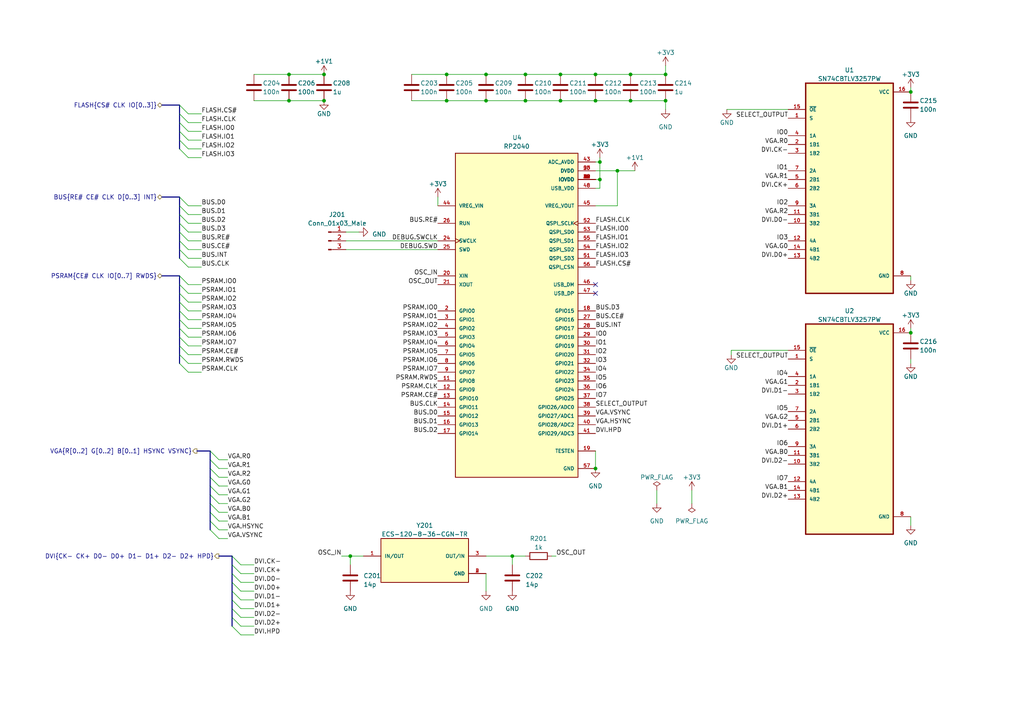
<source format=kicad_sch>
(kicad_sch (version 20221004) (generator eeschema)

  (uuid 646ea3a1-29dc-491c-81c4-664396fbd837)

  (paper "A4")

  (lib_symbols
    (symbol "Connector:Conn_01x03_Male" (pin_names (offset 1.016) hide) (in_bom yes) (on_board yes)
      (property "Reference" "J" (at 0 5.08 0)
        (effects (font (size 1.27 1.27)))
      )
      (property "Value" "Conn_01x03_Male" (at 0 -5.08 0)
        (effects (font (size 1.27 1.27)))
      )
      (property "Footprint" "" (at 0 0 0)
        (effects (font (size 1.27 1.27)) hide)
      )
      (property "Datasheet" "~" (at 0 0 0)
        (effects (font (size 1.27 1.27)) hide)
      )
      (property "ki_keywords" "connector" (at 0 0 0)
        (effects (font (size 1.27 1.27)) hide)
      )
      (property "ki_description" "Generic connector, single row, 01x03, script generated (kicad-library-utils/schlib/autogen/connector/)" (at 0 0 0)
        (effects (font (size 1.27 1.27)) hide)
      )
      (property "ki_fp_filters" "Connector*:*_1x??_*" (at 0 0 0)
        (effects (font (size 1.27 1.27)) hide)
      )
      (symbol "Conn_01x03_Male_1_1"
        (polyline
          (pts
            (xy 1.27 -2.54)
            (xy 0.8636 -2.54)
          )
          (stroke (width 0.1524) (type default))
          (fill (type none))
        )
        (polyline
          (pts
            (xy 1.27 0)
            (xy 0.8636 0)
          )
          (stroke (width 0.1524) (type default))
          (fill (type none))
        )
        (polyline
          (pts
            (xy 1.27 2.54)
            (xy 0.8636 2.54)
          )
          (stroke (width 0.1524) (type default))
          (fill (type none))
        )
        (rectangle (start 0.8636 -2.413) (end 0 -2.667)
          (stroke (width 0.1524) (type default))
          (fill (type outline))
        )
        (rectangle (start 0.8636 0.127) (end 0 -0.127)
          (stroke (width 0.1524) (type default))
          (fill (type outline))
        )
        (rectangle (start 0.8636 2.667) (end 0 2.413)
          (stroke (width 0.1524) (type default))
          (fill (type outline))
        )
        (pin passive line (at 5.08 2.54 180) (length 3.81)
          (name "Pin_1" (effects (font (size 1.27 1.27))))
          (number "1" (effects (font (size 1.27 1.27))))
        )
        (pin passive line (at 5.08 0 180) (length 3.81)
          (name "Pin_2" (effects (font (size 1.27 1.27))))
          (number "2" (effects (font (size 1.27 1.27))))
        )
        (pin passive line (at 5.08 -2.54 180) (length 3.81)
          (name "Pin_3" (effects (font (size 1.27 1.27))))
          (number "3" (effects (font (size 1.27 1.27))))
        )
      )
    )
    (symbol "Device:C" (pin_numbers hide) (pin_names (offset 0.254)) (in_bom yes) (on_board yes)
      (property "Reference" "C" (at 0.635 2.54 0)
        (effects (font (size 1.27 1.27)) (justify left))
      )
      (property "Value" "C" (at 0.635 -2.54 0)
        (effects (font (size 1.27 1.27)) (justify left))
      )
      (property "Footprint" "" (at 0.9652 -3.81 0)
        (effects (font (size 1.27 1.27)) hide)
      )
      (property "Datasheet" "~" (at 0 0 0)
        (effects (font (size 1.27 1.27)) hide)
      )
      (property "ki_keywords" "cap capacitor" (at 0 0 0)
        (effects (font (size 1.27 1.27)) hide)
      )
      (property "ki_description" "Unpolarized capacitor" (at 0 0 0)
        (effects (font (size 1.27 1.27)) hide)
      )
      (property "ki_fp_filters" "C_*" (at 0 0 0)
        (effects (font (size 1.27 1.27)) hide)
      )
      (symbol "C_0_1"
        (polyline
          (pts
            (xy -2.032 -0.762)
            (xy 2.032 -0.762)
          )
          (stroke (width 0.508) (type default))
          (fill (type none))
        )
        (polyline
          (pts
            (xy -2.032 0.762)
            (xy 2.032 0.762)
          )
          (stroke (width 0.508) (type default))
          (fill (type none))
        )
      )
      (symbol "C_1_1"
        (pin passive line (at 0 3.81 270) (length 2.794)
          (name "~" (effects (font (size 1.27 1.27))))
          (number "1" (effects (font (size 1.27 1.27))))
        )
        (pin passive line (at 0 -3.81 90) (length 2.794)
          (name "~" (effects (font (size 1.27 1.27))))
          (number "2" (effects (font (size 1.27 1.27))))
        )
      )
    )
    (symbol "Device:R" (pin_numbers hide) (pin_names (offset 0)) (in_bom yes) (on_board yes)
      (property "Reference" "R" (at 2.032 0 90)
        (effects (font (size 1.27 1.27)))
      )
      (property "Value" "R" (at 0 0 90)
        (effects (font (size 1.27 1.27)))
      )
      (property "Footprint" "" (at -1.778 0 90)
        (effects (font (size 1.27 1.27)) hide)
      )
      (property "Datasheet" "~" (at 0 0 0)
        (effects (font (size 1.27 1.27)) hide)
      )
      (property "ki_keywords" "R res resistor" (at 0 0 0)
        (effects (font (size 1.27 1.27)) hide)
      )
      (property "ki_description" "Resistor" (at 0 0 0)
        (effects (font (size 1.27 1.27)) hide)
      )
      (property "ki_fp_filters" "R_*" (at 0 0 0)
        (effects (font (size 1.27 1.27)) hide)
      )
      (symbol "R_0_1"
        (rectangle (start -1.016 -2.54) (end 1.016 2.54)
          (stroke (width 0.254) (type default))
          (fill (type none))
        )
      )
      (symbol "R_1_1"
        (pin passive line (at 0 3.81 270) (length 1.27)
          (name "~" (effects (font (size 1.27 1.27))))
          (number "1" (effects (font (size 1.27 1.27))))
        )
        (pin passive line (at 0 -3.81 90) (length 1.27)
          (name "~" (effects (font (size 1.27 1.27))))
          (number "2" (effects (font (size 1.27 1.27))))
        )
      )
    )
    (symbol "ECS-120-8-36-CGN-TR:ECS-120-8-36-CGN-TR" (pin_names (offset 1.016)) (in_bom yes) (on_board yes)
      (property "Reference" "Y" (at -12.7254 7.6454 0)
        (effects (font (size 1.27 1.27)) (justify left bottom))
      )
      (property "Value" "ECS-120-8-36-CGN-TR" (at -12.7 -7.62 0)
        (effects (font (size 1.27 1.27)) (justify left bottom))
      )
      (property "Footprint" "XTAL_ECS-120-8-36-CGN-TR" (at 0 0 0)
        (effects (font (size 1.27 1.27)) (justify left bottom) hide)
      )
      (property "Datasheet" "" (at 0 0 0)
        (effects (font (size 1.27 1.27)) (justify left bottom) hide)
      )
      (property "PRICE" "" (at 0 0 0)
        (effects (font (size 1.27 1.27)) (justify left bottom) hide)
      )
      (property "MP" "ECX-2236" (at 0 0 0)
        (effects (font (size 1.27 1.27)) (justify left bottom) hide)
      )
      (property "STANDARD" "Manufacturer Recommendation" (at 0 0 0)
        (effects (font (size 1.27 1.27)) (justify left bottom) hide)
      )
      (property "AVAILABILITY" "Good" (at 0 0 0)
        (effects (font (size 1.27 1.27)) (justify left bottom) hide)
      )
      (property "PARTREV" "2017" (at 0 0 0)
        (effects (font (size 1.27 1.27)) (justify left bottom) hide)
      )
      (property "DESCRIPTION" "The minature ECX-2236 is a compact SMD Crystal. The industry standard 2.5 x 2.0 x 0.55 mm ceramic package is ideal for today’s SMD manufacturing environment." (at 0 0 0)
        (effects (font (size 1.27 1.27)) (justify left bottom) hide)
      )
      (property "PACKAGE" "SMD-4 ECX" (at 0 0 0)
        (effects (font (size 1.27 1.27)) (justify left bottom) hide)
      )
      (property "MF" "ECS INC" (at 0 0 0)
        (effects (font (size 1.27 1.27)) (justify left bottom) hide)
      )
      (property "ki_locked" "" (at 0 0 0)
        (effects (font (size 1.27 1.27)))
      )
      (symbol "ECS-120-8-36-CGN-TR_0_0"
        (rectangle (start -12.7 -5.08) (end 12.7 7.62)
          (stroke (width 0.254) (type solid))
          (fill (type background))
        )
        (pin bidirectional line (at -17.78 2.54 0) (length 5.08)
          (name "IN/OUT" (effects (font (size 1.016 1.016))))
          (number "1" (effects (font (size 1.016 1.016))))
        )
        (pin power_in line (at 17.78 -2.54 180) (length 5.08)
          (name "GND" (effects (font (size 1.016 1.016))))
          (number "2" (effects (font (size 1.016 1.016))))
        )
        (pin bidirectional line (at 17.78 2.54 180) (length 5.08)
          (name "OUT/IN" (effects (font (size 1.016 1.016))))
          (number "3" (effects (font (size 1.016 1.016))))
        )
        (pin power_in line (at 17.78 -2.54 180) (length 5.08)
          (name "GND" (effects (font (size 1.016 1.016))))
          (number "4" (effects (font (size 1.016 1.016))))
        )
      )
    )
    (symbol "RP2040:RP2040" (pin_names (offset 1.016)) (in_bom yes) (on_board yes)
      (property "Reference" "U" (at -1.27 52.07 0)
        (effects (font (size 1.27 1.27)) (justify left bottom))
      )
      (property "Value" "RP2040" (at -3.81 49.53 0)
        (effects (font (size 1.27 1.27)) (justify left bottom))
      )
      (property "Footprint" "QFN40P700X700X90-57N" (at 0 0 0)
        (effects (font (size 1.27 1.27)) (justify left bottom) hide)
      )
      (property "Datasheet" "" (at 0 0 0)
        (effects (font (size 1.27 1.27)) (justify left bottom) hide)
      )
      (property "STANDARD" "IPC 7351B" (at 0 0 0)
        (effects (font (size 1.27 1.27)) (justify left bottom) hide)
      )
      (property "PARTREV" "1.6.1" (at 0 0 0)
        (effects (font (size 1.27 1.27)) (justify left bottom) hide)
      )
      (property "MANUFACTURER" "Raspberry Pi" (at 0 0 0)
        (effects (font (size 1.27 1.27)) (justify left bottom) hide)
      )
      (property "MAXIMUM_PACKAGE_HEIGHT" "0.9 mm" (at 0 0 0)
        (effects (font (size 1.27 1.27)) (justify left bottom) hide)
      )
      (property "ki_locked" "" (at 0 0 0)
        (effects (font (size 1.27 1.27)))
      )
      (symbol "RP2040_0_0"
        (rectangle (start -17.78 -45.72) (end 17.78 48.26)
          (stroke (width 0.254) (type solid))
          (fill (type background))
        )
        (pin power_in line (at 22.86 40.64 180) (length 5.08)
          (name "IOVDD" (effects (font (size 1.016 1.016))))
          (number "1" (effects (font (size 1.016 1.016))))
        )
        (pin power_in line (at 22.86 40.64 180) (length 5.08)
          (name "IOVDD" (effects (font (size 1.016 1.016))))
          (number "10" (effects (font (size 1.016 1.016))))
        )
        (pin bidirectional line (at -22.86 -17.78 0) (length 5.08)
          (name "GPIO8" (effects (font (size 1.016 1.016))))
          (number "11" (effects (font (size 1.016 1.016))))
        )
        (pin bidirectional line (at -22.86 -20.32 0) (length 5.08)
          (name "GPIO9" (effects (font (size 1.016 1.016))))
          (number "12" (effects (font (size 1.016 1.016))))
        )
        (pin bidirectional line (at -22.86 -22.86 0) (length 5.08)
          (name "GPIO10" (effects (font (size 1.016 1.016))))
          (number "13" (effects (font (size 1.016 1.016))))
        )
        (pin bidirectional line (at -22.86 -25.4 0) (length 5.08)
          (name "GPIO11" (effects (font (size 1.016 1.016))))
          (number "14" (effects (font (size 1.016 1.016))))
        )
        (pin bidirectional line (at -22.86 -27.94 0) (length 5.08)
          (name "GPIO12" (effects (font (size 1.016 1.016))))
          (number "15" (effects (font (size 1.016 1.016))))
        )
        (pin bidirectional line (at -22.86 -30.48 0) (length 5.08)
          (name "GPIO13" (effects (font (size 1.016 1.016))))
          (number "16" (effects (font (size 1.016 1.016))))
        )
        (pin bidirectional line (at -22.86 -33.02 0) (length 5.08)
          (name "GPIO14" (effects (font (size 1.016 1.016))))
          (number "17" (effects (font (size 1.016 1.016))))
        )
        (pin bidirectional line (at 22.86 2.54 180) (length 5.08)
          (name "GPIO15" (effects (font (size 1.016 1.016))))
          (number "18" (effects (font (size 1.016 1.016))))
        )
        (pin passive line (at 22.86 -38.1 180) (length 5.08)
          (name "TESTEN" (effects (font (size 1.016 1.016))))
          (number "19" (effects (font (size 1.016 1.016))))
        )
        (pin bidirectional line (at -22.86 2.54 0) (length 5.08)
          (name "GPIO0" (effects (font (size 1.016 1.016))))
          (number "2" (effects (font (size 1.016 1.016))))
        )
        (pin input line (at -22.86 12.7 0) (length 5.08)
          (name "XIN" (effects (font (size 1.016 1.016))))
          (number "20" (effects (font (size 1.016 1.016))))
        )
        (pin output line (at -22.86 10.16 0) (length 5.08)
          (name "XOUT" (effects (font (size 1.016 1.016))))
          (number "21" (effects (font (size 1.016 1.016))))
        )
        (pin power_in line (at 22.86 40.64 180) (length 5.08)
          (name "IOVDD" (effects (font (size 1.016 1.016))))
          (number "22" (effects (font (size 1.016 1.016))))
        )
        (pin power_in line (at 22.86 43.18 180) (length 5.08)
          (name "DVDD" (effects (font (size 1.016 1.016))))
          (number "23" (effects (font (size 1.016 1.016))))
        )
        (pin input clock (at -22.86 22.86 0) (length 5.08)
          (name "SWCLK" (effects (font (size 1.016 1.016))))
          (number "24" (effects (font (size 1.016 1.016))))
        )
        (pin bidirectional line (at -22.86 20.32 0) (length 5.08)
          (name "SWD" (effects (font (size 1.016 1.016))))
          (number "25" (effects (font (size 1.016 1.016))))
        )
        (pin input line (at -22.86 27.94 0) (length 5.08)
          (name "RUN" (effects (font (size 1.016 1.016))))
          (number "26" (effects (font (size 1.016 1.016))))
        )
        (pin bidirectional line (at 22.86 0 180) (length 5.08)
          (name "GPIO16" (effects (font (size 1.016 1.016))))
          (number "27" (effects (font (size 1.016 1.016))))
        )
        (pin bidirectional line (at 22.86 -2.54 180) (length 5.08)
          (name "GPIO17" (effects (font (size 1.016 1.016))))
          (number "28" (effects (font (size 1.016 1.016))))
        )
        (pin bidirectional line (at 22.86 -5.08 180) (length 5.08)
          (name "GPIO18" (effects (font (size 1.016 1.016))))
          (number "29" (effects (font (size 1.016 1.016))))
        )
        (pin bidirectional line (at -22.86 0 0) (length 5.08)
          (name "GPIO1" (effects (font (size 1.016 1.016))))
          (number "3" (effects (font (size 1.016 1.016))))
        )
        (pin bidirectional line (at 22.86 -7.62 180) (length 5.08)
          (name "GPIO19" (effects (font (size 1.016 1.016))))
          (number "30" (effects (font (size 1.016 1.016))))
        )
        (pin bidirectional line (at 22.86 -10.16 180) (length 5.08)
          (name "GPIO20" (effects (font (size 1.016 1.016))))
          (number "31" (effects (font (size 1.016 1.016))))
        )
        (pin bidirectional line (at 22.86 -12.7 180) (length 5.08)
          (name "GPIO21" (effects (font (size 1.016 1.016))))
          (number "32" (effects (font (size 1.016 1.016))))
        )
        (pin power_in line (at 22.86 40.64 180) (length 5.08)
          (name "IOVDD" (effects (font (size 1.016 1.016))))
          (number "33" (effects (font (size 1.016 1.016))))
        )
        (pin bidirectional line (at 22.86 -15.24 180) (length 5.08)
          (name "GPIO22" (effects (font (size 1.016 1.016))))
          (number "34" (effects (font (size 1.016 1.016))))
        )
        (pin bidirectional line (at 22.86 -17.78 180) (length 5.08)
          (name "GPIO23" (effects (font (size 1.016 1.016))))
          (number "35" (effects (font (size 1.016 1.016))))
        )
        (pin bidirectional line (at 22.86 -20.32 180) (length 5.08)
          (name "GPIO24" (effects (font (size 1.016 1.016))))
          (number "36" (effects (font (size 1.016 1.016))))
        )
        (pin bidirectional line (at 22.86 -22.86 180) (length 5.08)
          (name "GPIO25" (effects (font (size 1.016 1.016))))
          (number "37" (effects (font (size 1.016 1.016))))
        )
        (pin bidirectional line (at 22.86 -25.4 180) (length 5.08)
          (name "GPIO26/ADC0" (effects (font (size 1.016 1.016))))
          (number "38" (effects (font (size 1.016 1.016))))
        )
        (pin bidirectional line (at 22.86 -27.94 180) (length 5.08)
          (name "GPIO27/ADC1" (effects (font (size 1.016 1.016))))
          (number "39" (effects (font (size 1.016 1.016))))
        )
        (pin bidirectional line (at -22.86 -2.54 0) (length 5.08)
          (name "GPIO2" (effects (font (size 1.016 1.016))))
          (number "4" (effects (font (size 1.016 1.016))))
        )
        (pin bidirectional line (at 22.86 -30.48 180) (length 5.08)
          (name "GPIO28/ADC2" (effects (font (size 1.016 1.016))))
          (number "40" (effects (font (size 1.016 1.016))))
        )
        (pin bidirectional line (at 22.86 -33.02 180) (length 5.08)
          (name "GPIO29/ADC3" (effects (font (size 1.016 1.016))))
          (number "41" (effects (font (size 1.016 1.016))))
        )
        (pin power_in line (at 22.86 40.64 180) (length 5.08)
          (name "IOVDD" (effects (font (size 1.016 1.016))))
          (number "42" (effects (font (size 1.016 1.016))))
        )
        (pin power_in line (at 22.86 45.72 180) (length 5.08)
          (name "ADC_AVDD" (effects (font (size 1.016 1.016))))
          (number "43" (effects (font (size 1.016 1.016))))
        )
        (pin input line (at -22.86 33.02 0) (length 5.08)
          (name "VREG_VIN" (effects (font (size 1.016 1.016))))
          (number "44" (effects (font (size 1.016 1.016))))
        )
        (pin power_out line (at 22.86 33.02 180) (length 5.08)
          (name "VREG_VOUT" (effects (font (size 1.016 1.016))))
          (number "45" (effects (font (size 1.016 1.016))))
        )
        (pin bidirectional line (at 22.86 10.16 180) (length 5.08)
          (name "USB_DM" (effects (font (size 1.016 1.016))))
          (number "46" (effects (font (size 1.016 1.016))))
        )
        (pin bidirectional line (at 22.86 7.62 180) (length 5.08)
          (name "USB_DP" (effects (font (size 1.016 1.016))))
          (number "47" (effects (font (size 1.016 1.016))))
        )
        (pin power_in line (at 22.86 38.1 180) (length 5.08)
          (name "USB_VDD" (effects (font (size 1.016 1.016))))
          (number "48" (effects (font (size 1.016 1.016))))
        )
        (pin power_in line (at 22.86 40.64 180) (length 5.08)
          (name "IOVDD" (effects (font (size 1.016 1.016))))
          (number "49" (effects (font (size 1.016 1.016))))
        )
        (pin bidirectional line (at -22.86 -5.08 0) (length 5.08)
          (name "GPIO3" (effects (font (size 1.016 1.016))))
          (number "5" (effects (font (size 1.016 1.016))))
        )
        (pin power_in line (at 22.86 43.18 180) (length 5.08)
          (name "DVDD" (effects (font (size 1.016 1.016))))
          (number "50" (effects (font (size 1.016 1.016))))
        )
        (pin bidirectional line (at 22.86 17.78 180) (length 5.08)
          (name "QSPI_SD3" (effects (font (size 1.016 1.016))))
          (number "51" (effects (font (size 1.016 1.016))))
        )
        (pin bidirectional clock (at 22.86 27.94 180) (length 5.08)
          (name "QSPI_SCLK" (effects (font (size 1.016 1.016))))
          (number "52" (effects (font (size 1.016 1.016))))
        )
        (pin bidirectional line (at 22.86 25.4 180) (length 5.08)
          (name "QSPI_SD0" (effects (font (size 1.016 1.016))))
          (number "53" (effects (font (size 1.016 1.016))))
        )
        (pin bidirectional line (at 22.86 20.32 180) (length 5.08)
          (name "QSPI_SD2" (effects (font (size 1.016 1.016))))
          (number "54" (effects (font (size 1.016 1.016))))
        )
        (pin bidirectional line (at 22.86 22.86 180) (length 5.08)
          (name "QSPI_SD1" (effects (font (size 1.016 1.016))))
          (number "55" (effects (font (size 1.016 1.016))))
        )
        (pin bidirectional line (at 22.86 15.24 180) (length 5.08)
          (name "QSPI_CSN" (effects (font (size 1.016 1.016))))
          (number "56" (effects (font (size 1.016 1.016))))
        )
        (pin power_in line (at 22.86 -43.18 180) (length 5.08)
          (name "GND" (effects (font (size 1.016 1.016))))
          (number "57" (effects (font (size 1.016 1.016))))
        )
        (pin bidirectional line (at -22.86 -7.62 0) (length 5.08)
          (name "GPIO4" (effects (font (size 1.016 1.016))))
          (number "6" (effects (font (size 1.016 1.016))))
        )
        (pin bidirectional line (at -22.86 -10.16 0) (length 5.08)
          (name "GPIO5" (effects (font (size 1.016 1.016))))
          (number "7" (effects (font (size 1.016 1.016))))
        )
        (pin bidirectional line (at -22.86 -12.7 0) (length 5.08)
          (name "GPIO6" (effects (font (size 1.016 1.016))))
          (number "8" (effects (font (size 1.016 1.016))))
        )
        (pin bidirectional line (at -22.86 -15.24 0) (length 5.08)
          (name "GPIO7" (effects (font (size 1.016 1.016))))
          (number "9" (effects (font (size 1.016 1.016))))
        )
      )
    )
    (symbol "SN74CBTLV3257PW:SN74CBTLV3257PW" (pin_names (offset 1.016)) (in_bom yes) (on_board yes)
      (property "Reference" "U" (at -12.7 31.4706 0)
        (effects (font (size 1.27 1.27)) (justify left bottom))
      )
      (property "Value" "SN74CBTLV3257PW" (at -12.7 -34.4678 0)
        (effects (font (size 1.27 1.27)) (justify left bottom))
      )
      (property "Footprint" "SOP65P640X120-16N" (at 0 0 0)
        (effects (font (size 1.27 1.27)) (justify left bottom) hide)
      )
      (property "Datasheet" "" (at 0 0 0)
        (effects (font (size 1.27 1.27)) (justify left bottom) hide)
      )
      (property "ki_locked" "" (at 0 0 0)
        (effects (font (size 1.27 1.27)))
      )
      (symbol "SN74CBTLV3257PW_0_0"
        (rectangle (start -12.7 -30.48) (end 12.7 30.48)
          (stroke (width 0.4064) (type solid))
          (fill (type background))
        )
        (pin input line (at -17.78 20.32 0) (length 5.08)
          (name "S" (effects (font (size 1.016 1.016))))
          (number "1" (effects (font (size 1.016 1.016))))
        )
        (pin bidirectional line (at -17.78 -10.16 0) (length 5.08)
          (name "3B2" (effects (font (size 1.016 1.016))))
          (number "10" (effects (font (size 1.016 1.016))))
        )
        (pin bidirectional line (at -17.78 -7.62 0) (length 5.08)
          (name "3B1" (effects (font (size 1.016 1.016))))
          (number "11" (effects (font (size 1.016 1.016))))
        )
        (pin bidirectional line (at -17.78 -15.24 0) (length 5.08)
          (name "4A" (effects (font (size 1.016 1.016))))
          (number "12" (effects (font (size 1.016 1.016))))
        )
        (pin bidirectional line (at -17.78 -20.32 0) (length 5.08)
          (name "4B2" (effects (font (size 1.016 1.016))))
          (number "13" (effects (font (size 1.016 1.016))))
        )
        (pin bidirectional line (at -17.78 -17.78 0) (length 5.08)
          (name "4B1" (effects (font (size 1.016 1.016))))
          (number "14" (effects (font (size 1.016 1.016))))
        )
        (pin input line (at -17.78 22.86 0) (length 5.08)
          (name "~{OE}" (effects (font (size 1.016 1.016))))
          (number "15" (effects (font (size 1.016 1.016))))
        )
        (pin power_in line (at 17.78 27.94 180) (length 5.08)
          (name "VCC" (effects (font (size 1.016 1.016))))
          (number "16" (effects (font (size 1.016 1.016))))
        )
        (pin bidirectional line (at -17.78 12.7 0) (length 5.08)
          (name "1B1" (effects (font (size 1.016 1.016))))
          (number "2" (effects (font (size 1.016 1.016))))
        )
        (pin bidirectional line (at -17.78 10.16 0) (length 5.08)
          (name "1B2" (effects (font (size 1.016 1.016))))
          (number "3" (effects (font (size 1.016 1.016))))
        )
        (pin bidirectional line (at -17.78 15.24 0) (length 5.08)
          (name "1A" (effects (font (size 1.016 1.016))))
          (number "4" (effects (font (size 1.016 1.016))))
        )
        (pin bidirectional line (at -17.78 2.54 0) (length 5.08)
          (name "2B1" (effects (font (size 1.016 1.016))))
          (number "5" (effects (font (size 1.016 1.016))))
        )
        (pin bidirectional line (at -17.78 0 0) (length 5.08)
          (name "2B2" (effects (font (size 1.016 1.016))))
          (number "6" (effects (font (size 1.016 1.016))))
        )
        (pin bidirectional line (at -17.78 5.08 0) (length 5.08)
          (name "2A" (effects (font (size 1.016 1.016))))
          (number "7" (effects (font (size 1.016 1.016))))
        )
        (pin power_in line (at 17.78 -25.4 180) (length 5.08)
          (name "GND" (effects (font (size 1.016 1.016))))
          (number "8" (effects (font (size 1.016 1.016))))
        )
        (pin bidirectional line (at -17.78 -5.08 0) (length 5.08)
          (name "3A" (effects (font (size 1.016 1.016))))
          (number "9" (effects (font (size 1.016 1.016))))
        )
      )
    )
    (symbol "power:+1V1" (power) (pin_names (offset 0)) (in_bom yes) (on_board yes)
      (property "Reference" "#PWR" (at 0 -3.81 0)
        (effects (font (size 1.27 1.27)) hide)
      )
      (property "Value" "+1V1" (at 0 3.556 0)
        (effects (font (size 1.27 1.27)))
      )
      (property "Footprint" "" (at 0 0 0)
        (effects (font (size 1.27 1.27)) hide)
      )
      (property "Datasheet" "" (at 0 0 0)
        (effects (font (size 1.27 1.27)) hide)
      )
      (property "ki_keywords" "power-flag" (at 0 0 0)
        (effects (font (size 1.27 1.27)) hide)
      )
      (property "ki_description" "Power symbol creates a global label with name \"+1V1\"" (at 0 0 0)
        (effects (font (size 1.27 1.27)) hide)
      )
      (symbol "+1V1_0_1"
        (polyline
          (pts
            (xy -0.762 1.27)
            (xy 0 2.54)
          )
          (stroke (width 0) (type default))
          (fill (type none))
        )
        (polyline
          (pts
            (xy 0 0)
            (xy 0 2.54)
          )
          (stroke (width 0) (type default))
          (fill (type none))
        )
        (polyline
          (pts
            (xy 0 2.54)
            (xy 0.762 1.27)
          )
          (stroke (width 0) (type default))
          (fill (type none))
        )
      )
      (symbol "+1V1_1_1"
        (pin power_in line (at 0 0 90) (length 0) hide
          (name "+1V1" (effects (font (size 1.27 1.27))))
          (number "1" (effects (font (size 1.27 1.27))))
        )
      )
    )
    (symbol "power:+3V3" (power) (pin_names (offset 0)) (in_bom yes) (on_board yes)
      (property "Reference" "#PWR" (at 0 -3.81 0)
        (effects (font (size 1.27 1.27)) hide)
      )
      (property "Value" "+3V3" (at 0 3.556 0)
        (effects (font (size 1.27 1.27)))
      )
      (property "Footprint" "" (at 0 0 0)
        (effects (font (size 1.27 1.27)) hide)
      )
      (property "Datasheet" "" (at 0 0 0)
        (effects (font (size 1.27 1.27)) hide)
      )
      (property "ki_keywords" "power-flag" (at 0 0 0)
        (effects (font (size 1.27 1.27)) hide)
      )
      (property "ki_description" "Power symbol creates a global label with name \"+3V3\"" (at 0 0 0)
        (effects (font (size 1.27 1.27)) hide)
      )
      (symbol "+3V3_0_1"
        (polyline
          (pts
            (xy -0.762 1.27)
            (xy 0 2.54)
          )
          (stroke (width 0) (type default))
          (fill (type none))
        )
        (polyline
          (pts
            (xy 0 0)
            (xy 0 2.54)
          )
          (stroke (width 0) (type default))
          (fill (type none))
        )
        (polyline
          (pts
            (xy 0 2.54)
            (xy 0.762 1.27)
          )
          (stroke (width 0) (type default))
          (fill (type none))
        )
      )
      (symbol "+3V3_1_1"
        (pin power_in line (at 0 0 90) (length 0) hide
          (name "+3V3" (effects (font (size 1.27 1.27))))
          (number "1" (effects (font (size 1.27 1.27))))
        )
      )
    )
    (symbol "power:GND" (power) (pin_names (offset 0)) (in_bom yes) (on_board yes)
      (property "Reference" "#PWR" (at 0 -6.35 0)
        (effects (font (size 1.27 1.27)) hide)
      )
      (property "Value" "GND" (at 0 -3.81 0)
        (effects (font (size 1.27 1.27)))
      )
      (property "Footprint" "" (at 0 0 0)
        (effects (font (size 1.27 1.27)) hide)
      )
      (property "Datasheet" "" (at 0 0 0)
        (effects (font (size 1.27 1.27)) hide)
      )
      (property "ki_keywords" "power-flag" (at 0 0 0)
        (effects (font (size 1.27 1.27)) hide)
      )
      (property "ki_description" "Power symbol creates a global label with name \"GND\" , ground" (at 0 0 0)
        (effects (font (size 1.27 1.27)) hide)
      )
      (symbol "GND_0_1"
        (polyline
          (pts
            (xy 0 0)
            (xy 0 -1.27)
            (xy 1.27 -1.27)
            (xy 0 -2.54)
            (xy -1.27 -1.27)
            (xy 0 -1.27)
          )
          (stroke (width 0) (type default))
          (fill (type none))
        )
      )
      (symbol "GND_1_1"
        (pin power_in line (at 0 0 270) (length 0) hide
          (name "GND" (effects (font (size 1.27 1.27))))
          (number "1" (effects (font (size 1.27 1.27))))
        )
      )
    )
    (symbol "power:PWR_FLAG" (power) (pin_numbers hide) (pin_names (offset 0) hide) (in_bom yes) (on_board yes)
      (property "Reference" "#FLG" (at 0 1.905 0)
        (effects (font (size 1.27 1.27)) hide)
      )
      (property "Value" "PWR_FLAG" (at 0 3.81 0)
        (effects (font (size 1.27 1.27)))
      )
      (property "Footprint" "" (at 0 0 0)
        (effects (font (size 1.27 1.27)) hide)
      )
      (property "Datasheet" "~" (at 0 0 0)
        (effects (font (size 1.27 1.27)) hide)
      )
      (property "ki_keywords" "power-flag" (at 0 0 0)
        (effects (font (size 1.27 1.27)) hide)
      )
      (property "ki_description" "Special symbol for telling ERC where power comes from" (at 0 0 0)
        (effects (font (size 1.27 1.27)) hide)
      )
      (symbol "PWR_FLAG_0_0"
        (pin power_out line (at 0 0 90) (length 0)
          (name "pwr" (effects (font (size 1.27 1.27))))
          (number "1" (effects (font (size 1.27 1.27))))
        )
      )
      (symbol "PWR_FLAG_0_1"
        (polyline
          (pts
            (xy 0 0)
            (xy 0 1.27)
            (xy -1.016 1.905)
            (xy 0 2.54)
            (xy 1.016 1.905)
            (xy 0 1.27)
          )
          (stroke (width 0) (type default))
          (fill (type none))
        )
      )
    )
  )

  (junction (at 172.72 21.59) (diameter 0) (color 0 0 0 0)
    (uuid 0f784f8e-8393-4d4e-9b4e-4e7aa57f3e06)
  )
  (junction (at 140.97 21.59) (diameter 0) (color 0 0 0 0)
    (uuid 12aea646-214a-46a7-a198-06ca2107c0f0)
  )
  (junction (at 172.72 29.21) (diameter 0) (color 0 0 0 0)
    (uuid 1393c5da-a387-4e71-8e41-c320b113c978)
  )
  (junction (at 152.4 29.21) (diameter 0) (color 0 0 0 0)
    (uuid 192f25ea-6eab-4eba-8759-1423fada45c5)
  )
  (junction (at 83.82 21.59) (diameter 0) (color 0 0 0 0)
    (uuid 19a14fe9-7815-4bb9-9c0d-dccb9f02044f)
  )
  (junction (at 162.56 29.21) (diameter 0) (color 0 0 0 0)
    (uuid 19c03923-1cf1-4553-95fa-6e3eb8629d14)
  )
  (junction (at 83.82 29.21) (diameter 0) (color 0 0 0 0)
    (uuid 23c7e7c9-81ef-4883-b23c-f4d2df65e315)
  )
  (junction (at 173.99 46.99) (diameter 0) (color 0 0 0 0)
    (uuid 273a2879-87b8-4c9c-b12f-724f61251891)
  )
  (junction (at 179.07 49.53) (diameter 0) (color 0 0 0 0)
    (uuid 35b5955e-f2c4-42e7-bb0b-d8a65f037481)
  )
  (junction (at 93.98 21.59) (diameter 0) (color 0 0 0 0)
    (uuid 3dbe9f0a-5b6e-4c04-9d4d-fed5e1c92369)
  )
  (junction (at 264.16 96.52) (diameter 0) (color 0 0 0 0)
    (uuid 5424bed8-62ac-4cb4-91be-e607d0cb3516)
  )
  (junction (at 129.54 21.59) (diameter 0) (color 0 0 0 0)
    (uuid 5f339904-83e5-4ebb-aa6e-e61e563f808b)
  )
  (junction (at 193.04 29.21) (diameter 0) (color 0 0 0 0)
    (uuid 607dea5a-17aa-400b-a1ea-28decadfc634)
  )
  (junction (at 129.54 29.21) (diameter 0) (color 0 0 0 0)
    (uuid 61760b08-e8a2-4e5f-bd60-e9bbe5e5aa97)
  )
  (junction (at 140.97 29.21) (diameter 0) (color 0 0 0 0)
    (uuid 6b735f01-d688-44e9-9a6e-185146236ba8)
  )
  (junction (at 173.99 52.07) (diameter 0) (color 0 0 0 0)
    (uuid 70eb8b80-97cb-442a-90a8-8a09913f5d90)
  )
  (junction (at 101.6 161.29) (diameter 0) (color 0 0 0 0)
    (uuid 7f71fb21-aa94-4c14-9a42-8a23e11c3168)
  )
  (junction (at 264.16 26.67) (diameter 0) (color 0 0 0 0)
    (uuid 876a4963-3e98-4758-bf19-ebfc0e5246a9)
  )
  (junction (at 182.88 29.21) (diameter 0) (color 0 0 0 0)
    (uuid 95c5e0e4-249f-423a-9799-00cba2e11063)
  )
  (junction (at 152.4 21.59) (diameter 0) (color 0 0 0 0)
    (uuid 95d17248-c61c-45bd-9ee2-4540278b1ae9)
  )
  (junction (at 148.59 161.29) (diameter 0) (color 0 0 0 0)
    (uuid 96f36ccb-f710-4e52-bd88-b6ac04c2cf71)
  )
  (junction (at 93.98 29.21) (diameter 0) (color 0 0 0 0)
    (uuid 9db01786-5939-49ac-978e-015e299d8af5)
  )
  (junction (at 172.72 135.89) (diameter 0) (color 0 0 0 0)
    (uuid a9069fce-49ff-4d3c-bfbb-b8d9e0908c83)
  )
  (junction (at 162.56 21.59) (diameter 0) (color 0 0 0 0)
    (uuid e368aec8-69d6-47c2-aa50-0741bd6b89e4)
  )
  (junction (at 182.88 21.59) (diameter 0) (color 0 0 0 0)
    (uuid e9324fc9-bf71-4cc1-aa63-1460a3931c5f)
  )
  (junction (at 193.04 21.59) (diameter 0) (color 0 0 0 0)
    (uuid f36462f4-af2b-4ccf-8722-de72040f79f1)
  )

  (no_connect (at 172.72 85.09) (uuid 729d95ca-29a8-4642-a7da-c89a1920aa61))
  (no_connect (at 172.72 82.55) (uuid 732589da-db9d-4d59-956e-cf83f17ad671))

  (bus_entry (at 52.07 40.64) (size 2.54 2.54)
    (stroke (width 0) (type default))
    (uuid 01c92f6c-7d7a-4753-aaec-b86ca9446cf9)
  )
  (bus_entry (at 60.96 130.81) (size 2.54 2.54)
    (stroke (width 0) (type default))
    (uuid 126d7f91-e4a8-41cf-8f05-beae04cfb390)
  )
  (bus_entry (at 67.31 161.29) (size 2.54 2.54)
    (stroke (width 0) (type default))
    (uuid 155b24c0-22a2-494e-a525-2195e3fd70e2)
  )
  (bus_entry (at 60.96 133.35) (size 2.54 2.54)
    (stroke (width 0) (type default))
    (uuid 16f2fcfd-61d0-422a-96cd-438d6e537a01)
  )
  (bus_entry (at 52.07 57.15) (size 2.54 2.54)
    (stroke (width 0) (type default))
    (uuid 1c3eb866-9a20-4e8e-84c2-094005ba0eb8)
  )
  (bus_entry (at 52.07 102.87) (size 2.54 2.54)
    (stroke (width 0) (type default))
    (uuid 21c55437-30cc-4ffd-bd44-ae67260830ad)
  )
  (bus_entry (at 52.07 100.33) (size 2.54 2.54)
    (stroke (width 0) (type default))
    (uuid 280efc55-9570-4ac3-b33d-e7631edbe6d5)
  )
  (bus_entry (at 52.07 97.79) (size 2.54 2.54)
    (stroke (width 0) (type default))
    (uuid 2da0fda7-f848-4fbb-be1a-fe21d2d9722f)
  )
  (bus_entry (at 60.96 148.59) (size 2.54 2.54)
    (stroke (width 0) (type default))
    (uuid 2e1bcd95-0a4c-4296-8337-72d0e56e9b1b)
  )
  (bus_entry (at 60.96 146.05) (size 2.54 2.54)
    (stroke (width 0) (type default))
    (uuid 3239a30d-830f-4a77-a0ca-6a1c8abdf611)
  )
  (bus_entry (at 52.07 30.48) (size 2.54 2.54)
    (stroke (width 0) (type default))
    (uuid 328025fe-93c7-4bde-9750-dac4a36ef0e9)
  )
  (bus_entry (at 67.31 181.61) (size 2.54 2.54)
    (stroke (width 0) (type default))
    (uuid 406bb3ef-4b46-4306-b4e4-d4385d0b4f33)
  )
  (bus_entry (at 52.07 92.71) (size 2.54 2.54)
    (stroke (width 0) (type default))
    (uuid 4e6c0289-4828-4a5f-b84c-a545d727c0ee)
  )
  (bus_entry (at 67.31 163.83) (size 2.54 2.54)
    (stroke (width 0) (type default))
    (uuid 5d1096c2-435b-40ec-90a0-4e163e2bb3ee)
  )
  (bus_entry (at 52.07 72.39) (size 2.54 2.54)
    (stroke (width 0) (type default))
    (uuid 60516dbc-5e6f-4293-8eba-7504a5675b15)
  )
  (bus_entry (at 52.07 90.17) (size 2.54 2.54)
    (stroke (width 0) (type default))
    (uuid 660aff2a-eb61-47df-8f29-3ad9dd9d5b56)
  )
  (bus_entry (at 52.07 95.25) (size 2.54 2.54)
    (stroke (width 0) (type default))
    (uuid 67dbc68f-f8dd-43f5-8a8a-d4c27bbf957d)
  )
  (bus_entry (at 60.96 143.51) (size 2.54 2.54)
    (stroke (width 0) (type default))
    (uuid 68161859-c806-48b5-8e10-2b60948fc291)
  )
  (bus_entry (at 67.31 173.99) (size 2.54 2.54)
    (stroke (width 0) (type default))
    (uuid 6c475829-f455-43be-a7f8-0c8f4d3ffb11)
  )
  (bus_entry (at 60.96 135.89) (size 2.54 2.54)
    (stroke (width 0) (type default))
    (uuid 76b97a73-3a17-42d0-b21e-d2ca202f8af7)
  )
  (bus_entry (at 52.07 64.77) (size 2.54 2.54)
    (stroke (width 0) (type default))
    (uuid 76c167a8-f6ea-4e3a-a3c5-d92c884a0db0)
  )
  (bus_entry (at 52.07 80.01) (size 2.54 2.54)
    (stroke (width 0) (type default))
    (uuid 7d65edd1-fbc0-49b5-9c00-183de2de5d77)
  )
  (bus_entry (at 52.07 62.23) (size 2.54 2.54)
    (stroke (width 0) (type default))
    (uuid 7e94d9c5-7496-494a-a547-4abbb669b8b7)
  )
  (bus_entry (at 60.96 140.97) (size 2.54 2.54)
    (stroke (width 0) (type default))
    (uuid 85c632b4-6792-44fb-8701-b1fdd7344ce5)
  )
  (bus_entry (at 52.07 43.18) (size 2.54 2.54)
    (stroke (width 0) (type default))
    (uuid 897d182e-f811-4632-bcfd-52e6ca391c45)
  )
  (bus_entry (at 67.31 179.07) (size 2.54 2.54)
    (stroke (width 0) (type default))
    (uuid 91a86d41-91d7-4523-b88c-617eaf46410e)
  )
  (bus_entry (at 52.07 105.41) (size 2.54 2.54)
    (stroke (width 0) (type default))
    (uuid 92738202-7d30-4277-b4f1-210cb7f449b3)
  )
  (bus_entry (at 52.07 67.31) (size 2.54 2.54)
    (stroke (width 0) (type default))
    (uuid 93a00e1a-a4ee-4bba-95ac-afa24df59b94)
  )
  (bus_entry (at 52.07 35.56) (size 2.54 2.54)
    (stroke (width 0) (type default))
    (uuid 9c5b4388-ef22-4344-b101-5cc39aac6094)
  )
  (bus_entry (at 52.07 87.63) (size 2.54 2.54)
    (stroke (width 0) (type default))
    (uuid 9c671506-eecd-4be7-bfef-3d766d824ce5)
  )
  (bus_entry (at 67.31 171.45) (size 2.54 2.54)
    (stroke (width 0) (type default))
    (uuid a54f9689-ac56-4a84-b564-9f44e2f5e2f1)
  )
  (bus_entry (at 52.07 85.09) (size 2.54 2.54)
    (stroke (width 0) (type default))
    (uuid a8883b01-66dc-4ed1-89e3-f5ccd06460c1)
  )
  (bus_entry (at 52.07 82.55) (size 2.54 2.54)
    (stroke (width 0) (type default))
    (uuid aa86120d-89ac-4a10-b97d-26cd547cb4e7)
  )
  (bus_entry (at 52.07 59.69) (size 2.54 2.54)
    (stroke (width 0) (type default))
    (uuid b47f5257-417c-4168-a0cf-66299262e050)
  )
  (bus_entry (at 52.07 38.1) (size 2.54 2.54)
    (stroke (width 0) (type default))
    (uuid b7384251-c1e9-479e-b35c-82b2c9221161)
  )
  (bus_entry (at 67.31 168.91) (size 2.54 2.54)
    (stroke (width 0) (type default))
    (uuid ba96ac82-579c-458a-9148-b74ddf65ac46)
  )
  (bus_entry (at 52.07 33.02) (size 2.54 2.54)
    (stroke (width 0) (type default))
    (uuid bc4e12ce-3bec-42d6-8568-073da3dad57c)
  )
  (bus_entry (at 52.07 74.93) (size 2.54 2.54)
    (stroke (width 0) (type default))
    (uuid c6603833-da1e-4e7c-8340-ed7791d75b9f)
  )
  (bus_entry (at 67.31 166.37) (size 2.54 2.54)
    (stroke (width 0) (type default))
    (uuid c744b28d-8923-454c-8e99-472410a86041)
  )
  (bus_entry (at 52.07 69.85) (size 2.54 2.54)
    (stroke (width 0) (type default))
    (uuid cceb4903-1dca-4b61-8e23-421ed336c460)
  )
  (bus_entry (at 60.96 138.43) (size 2.54 2.54)
    (stroke (width 0) (type default))
    (uuid cd0db9b3-63ef-461d-8e38-e9e6d5d4d016)
  )
  (bus_entry (at 60.96 151.13) (size 2.54 2.54)
    (stroke (width 0) (type default))
    (uuid e203c608-6c1b-4f7d-9016-4a657100b4dc)
  )
  (bus_entry (at 60.96 153.67) (size 2.54 2.54)
    (stroke (width 0) (type default))
    (uuid e462316e-3a2d-4899-8aed-ed8f41cf2fb7)
  )
  (bus_entry (at 67.31 176.53) (size 2.54 2.54)
    (stroke (width 0) (type default))
    (uuid f6c5063d-904d-40d9-91ec-185958814870)
  )

  (wire (pts (xy 100.33 72.39) (xy 127 72.39))
    (stroke (width 0) (type default))
    (uuid 021b07d9-d110-459c-8646-425685837ed2)
  )
  (bus (pts (xy 67.31 176.53) (xy 67.31 179.07))
    (stroke (width 0) (type default))
    (uuid 025e4054-3c8a-4d50-91e1-b471fa173bf1)
  )

  (wire (pts (xy 210.82 31.75) (xy 228.6 31.75))
    (stroke (width 0) (type default))
    (uuid 03c48be3-9734-4608-820a-6f9387021fc3)
  )
  (wire (pts (xy 148.59 161.29) (xy 140.97 161.29))
    (stroke (width 0) (type default))
    (uuid 058b66ff-6243-4d90-b44c-de1ded0c805d)
  )
  (wire (pts (xy 127 57.15) (xy 127 59.69))
    (stroke (width 0) (type default))
    (uuid 06174934-c19b-49ba-9ed0-271fed7eeec7)
  )
  (bus (pts (xy 60.96 135.89) (xy 60.96 138.43))
    (stroke (width 0) (type default))
    (uuid 07bfae34-95ca-4b09-85b2-4904c948f857)
  )
  (bus (pts (xy 60.96 138.43) (xy 60.96 140.97))
    (stroke (width 0) (type default))
    (uuid 08b6e6ad-a992-4ce9-8323-93d4e4552fe9)
  )
  (bus (pts (xy 52.07 92.71) (xy 52.07 95.25))
    (stroke (width 0) (type default))
    (uuid 0cadafe9-7299-4f9a-b682-0f7d726cdfcb)
  )

  (wire (pts (xy 54.61 95.25) (xy 58.42 95.25))
    (stroke (width 0) (type default))
    (uuid 0cc1cbdc-ead8-44b1-ba04-5ccf5079d5af)
  )
  (bus (pts (xy 52.07 87.63) (xy 52.07 90.17))
    (stroke (width 0) (type default))
    (uuid 104de0b2-0ea0-4987-b192-47414737d3dd)
  )

  (wire (pts (xy 69.85 168.91) (xy 73.66 168.91))
    (stroke (width 0) (type default))
    (uuid 1255d315-0e24-4eb5-bce9-3669869131ff)
  )
  (wire (pts (xy 54.61 90.17) (xy 58.42 90.17))
    (stroke (width 0) (type default))
    (uuid 15ff8207-d0ba-48db-9b36-a156225b8101)
  )
  (wire (pts (xy 54.61 74.93) (xy 58.42 74.93))
    (stroke (width 0) (type default))
    (uuid 1a1a3fc9-6048-42b4-968a-969d4986bf03)
  )
  (wire (pts (xy 54.61 82.55) (xy 58.42 82.55))
    (stroke (width 0) (type default))
    (uuid 25555548-ab57-4334-9481-b42234d88620)
  )
  (wire (pts (xy 54.61 77.47) (xy 58.42 77.47))
    (stroke (width 0) (type default))
    (uuid 255ff3b5-b5ec-435c-bf4e-4078380930a1)
  )
  (wire (pts (xy 63.5 156.21) (xy 66.04 156.21))
    (stroke (width 0) (type default))
    (uuid 25f878db-7e82-4769-ba2c-25f8011ede2b)
  )
  (bus (pts (xy 46.99 80.01) (xy 52.07 80.01))
    (stroke (width 0) (type default))
    (uuid 274f13a8-16e9-4310-8d41-71262dd9a2ec)
  )

  (wire (pts (xy 54.61 85.09) (xy 58.42 85.09))
    (stroke (width 0) (type default))
    (uuid 284f64ef-01ce-4442-9b60-d5dcd1512ab8)
  )
  (bus (pts (xy 52.07 69.85) (xy 52.07 72.39))
    (stroke (width 0) (type default))
    (uuid 2a367a25-5910-4132-b4b4-02c7cf17dd5d)
  )

  (wire (pts (xy 83.82 21.59) (xy 93.98 21.59))
    (stroke (width 0) (type default))
    (uuid 2b3766c9-5a5d-4d13-a4f5-3a659df30169)
  )
  (wire (pts (xy 54.61 38.1) (xy 58.42 38.1))
    (stroke (width 0) (type default))
    (uuid 2cf56b35-25c8-4e53-886f-13adbdc1d2e1)
  )
  (wire (pts (xy 54.61 67.31) (xy 58.42 67.31))
    (stroke (width 0) (type default))
    (uuid 2ddacd20-5846-4b5d-8c99-a3feaadc0504)
  )
  (wire (pts (xy 140.97 21.59) (xy 152.4 21.59))
    (stroke (width 0) (type default))
    (uuid 2f54794c-f397-4c26-9e53-1a1aa1fe7028)
  )
  (wire (pts (xy 69.85 166.37) (xy 73.66 166.37))
    (stroke (width 0) (type default))
    (uuid 355ee68a-1f5b-4ca7-99ad-016e3de6b604)
  )
  (wire (pts (xy 54.61 72.39) (xy 58.42 72.39))
    (stroke (width 0) (type default))
    (uuid 36f78423-f59c-4c09-983c-4040efbdf018)
  )
  (bus (pts (xy 67.31 161.29) (xy 67.31 163.83))
    (stroke (width 0) (type default))
    (uuid 3ba63435-87c5-40dd-8218-d2bd199ce6e1)
  )

  (wire (pts (xy 54.61 59.69) (xy 58.42 59.69))
    (stroke (width 0) (type default))
    (uuid 3ccbb6e6-c23a-4125-8d5f-1999c2b207ab)
  )
  (wire (pts (xy 162.56 21.59) (xy 172.72 21.59))
    (stroke (width 0) (type default))
    (uuid 46704690-961a-4fce-af08-2bf45bf89bd5)
  )
  (bus (pts (xy 60.96 133.35) (xy 60.96 135.89))
    (stroke (width 0) (type default))
    (uuid 4adeb04f-35be-4b68-9697-33cf864973f0)
  )
  (bus (pts (xy 52.07 85.09) (xy 52.07 87.63))
    (stroke (width 0) (type default))
    (uuid 4cd7de66-d5df-43b3-9657-6a3b293600c3)
  )

  (wire (pts (xy 69.85 173.99) (xy 73.66 173.99))
    (stroke (width 0) (type default))
    (uuid 4d6ead37-914e-49bb-95c2-5ffe0ec035f0)
  )
  (wire (pts (xy 148.59 163.83) (xy 148.59 161.29))
    (stroke (width 0) (type default))
    (uuid 4e11bb20-652f-4efe-897c-cf4697902edd)
  )
  (wire (pts (xy 54.61 102.87) (xy 58.42 102.87))
    (stroke (width 0) (type default))
    (uuid 4e5f98a0-1b09-46a4-819f-d82560f806f1)
  )
  (wire (pts (xy 54.61 33.02) (xy 58.42 33.02))
    (stroke (width 0) (type default))
    (uuid 4ef94d35-625b-4b9b-8b84-95112b716e96)
  )
  (wire (pts (xy 54.61 87.63) (xy 58.42 87.63))
    (stroke (width 0) (type default))
    (uuid 5111196f-634b-44da-961e-e082748b227c)
  )
  (wire (pts (xy 54.61 97.79) (xy 58.42 97.79))
    (stroke (width 0) (type default))
    (uuid 51494267-3b16-445f-bb23-a305f4a4a3a4)
  )
  (wire (pts (xy 119.38 21.59) (xy 129.54 21.59))
    (stroke (width 0) (type default))
    (uuid 51f8e108-f033-42cd-9477-10843bff724f)
  )
  (wire (pts (xy 54.61 69.85) (xy 58.42 69.85))
    (stroke (width 0) (type default))
    (uuid 54d8d37c-fa19-4a2f-a119-67181383065a)
  )
  (bus (pts (xy 67.31 171.45) (xy 67.31 173.99))
    (stroke (width 0) (type default))
    (uuid 55ab5a7a-72b8-495b-a0c6-f1840b930ad5)
  )
  (bus (pts (xy 57.15 130.81) (xy 60.96 130.81))
    (stroke (width 0) (type default))
    (uuid 55e5aef2-8503-4282-b7d2-44bd6dc0e54d)
  )

  (wire (pts (xy 63.5 151.13) (xy 66.04 151.13))
    (stroke (width 0) (type default))
    (uuid 59f19973-7ee1-488b-b8fa-7b5eb2677c40)
  )
  (bus (pts (xy 67.31 163.83) (xy 67.31 166.37))
    (stroke (width 0) (type default))
    (uuid 5d96776d-ed8e-417d-abc7-7bb44e562903)
  )

  (wire (pts (xy 54.61 107.95) (xy 58.42 107.95))
    (stroke (width 0) (type default))
    (uuid 6541775e-acc7-448a-ae58-44495bef4e5a)
  )
  (wire (pts (xy 119.38 29.21) (xy 129.54 29.21))
    (stroke (width 0) (type default))
    (uuid 65ceb4c8-503b-4a41-9aa7-7863886ccc9b)
  )
  (bus (pts (xy 60.96 140.97) (xy 60.96 143.51))
    (stroke (width 0) (type default))
    (uuid 69d9b61f-ed86-4f16-bdd7-5b09568b9a49)
  )
  (bus (pts (xy 52.07 62.23) (xy 52.07 64.77))
    (stroke (width 0) (type default))
    (uuid 6c573c1d-ce09-4d01-af98-a028f2f98d82)
  )

  (wire (pts (xy 193.04 19.05) (xy 193.04 21.59))
    (stroke (width 0) (type default))
    (uuid 6c750467-4474-4c18-8f1e-8a91ddc1669f)
  )
  (wire (pts (xy 179.07 49.53) (xy 184.15 49.53))
    (stroke (width 0) (type default))
    (uuid 6db53030-3b61-48ee-aa34-75af51cf1022)
  )
  (wire (pts (xy 101.6 161.29) (xy 105.41 161.29))
    (stroke (width 0) (type default))
    (uuid 6f5bd04e-ebc5-460d-ae5e-454561300792)
  )
  (wire (pts (xy 54.61 62.23) (xy 58.42 62.23))
    (stroke (width 0) (type default))
    (uuid 727dd233-ad2f-4532-aad4-cf62fcbb918a)
  )
  (bus (pts (xy 60.96 148.59) (xy 60.96 151.13))
    (stroke (width 0) (type default))
    (uuid 73c78db8-a491-4a65-8ee6-aa7f9e929fca)
  )

  (wire (pts (xy 99.06 161.29) (xy 101.6 161.29))
    (stroke (width 0) (type default))
    (uuid 7755ce2c-9b25-4f4d-a888-9154219be6d4)
  )
  (wire (pts (xy 54.61 64.77) (xy 58.42 64.77))
    (stroke (width 0) (type default))
    (uuid 777f344f-9b3d-479b-aefa-7659834112cc)
  )
  (bus (pts (xy 52.07 64.77) (xy 52.07 67.31))
    (stroke (width 0) (type default))
    (uuid 77a7a6ca-5991-4159-8fad-71bb3f71a198)
  )

  (wire (pts (xy 264.16 105.41) (xy 264.16 104.14))
    (stroke (width 0) (type default))
    (uuid 78d91393-3c2d-43af-9aa3-677f8316fcb6)
  )
  (wire (pts (xy 63.5 138.43) (xy 66.04 138.43))
    (stroke (width 0) (type default))
    (uuid 79a00e1e-b2d8-48fa-ba6b-698e844ae47c)
  )
  (bus (pts (xy 52.07 72.39) (xy 52.07 74.93))
    (stroke (width 0) (type default))
    (uuid 7a6b4441-14c6-458f-8578-ffe296882928)
  )
  (bus (pts (xy 52.07 100.33) (xy 52.07 102.87))
    (stroke (width 0) (type default))
    (uuid 7ceaba8f-776d-4c14-a1ae-ba19c84b21a9)
  )

  (wire (pts (xy 54.61 92.71) (xy 58.42 92.71))
    (stroke (width 0) (type default))
    (uuid 7ef9f9f3-d7ef-4395-a58d-5bfa0b451e95)
  )
  (bus (pts (xy 52.07 57.15) (xy 52.07 59.69))
    (stroke (width 0) (type default))
    (uuid 812dab1c-820e-4d51-b1f2-a3ae74428094)
  )
  (bus (pts (xy 52.07 35.56) (xy 52.07 38.1))
    (stroke (width 0) (type default))
    (uuid 81e8f58f-700a-4abf-8cfe-c21d47a0c4d2)
  )

  (wire (pts (xy 63.5 140.97) (xy 66.04 140.97))
    (stroke (width 0) (type default))
    (uuid 82da8a7e-ba53-4b6c-9d5c-09e706787289)
  )
  (wire (pts (xy 173.99 46.99) (xy 172.72 46.99))
    (stroke (width 0) (type default))
    (uuid 84716b1a-1e7e-4509-a976-c96aaab1640c)
  )
  (wire (pts (xy 54.61 40.64) (xy 58.42 40.64))
    (stroke (width 0) (type default))
    (uuid 8690288a-e0c8-43af-8dc4-7e50e9ea2db9)
  )
  (bus (pts (xy 67.31 166.37) (xy 67.31 168.91))
    (stroke (width 0) (type default))
    (uuid 86f6134f-8cf5-42ef-b0d3-2cc5fb17236c)
  )
  (bus (pts (xy 46.99 30.48) (xy 52.07 30.48))
    (stroke (width 0) (type default))
    (uuid 89b1dff5-bff7-4440-a60d-d5968adef5be)
  )

  (wire (pts (xy 69.85 171.45) (xy 73.66 171.45))
    (stroke (width 0) (type default))
    (uuid 89ddc3e5-10f8-44e6-a16b-b6b7b6ae2462)
  )
  (bus (pts (xy 52.07 67.31) (xy 52.07 69.85))
    (stroke (width 0) (type default))
    (uuid 89f01bb5-ec29-419d-b9be-8eede33901ce)
  )

  (wire (pts (xy 172.72 49.53) (xy 179.07 49.53))
    (stroke (width 0) (type default))
    (uuid 8c600570-17f6-4129-bc1a-ab70b1321740)
  )
  (bus (pts (xy 60.96 151.13) (xy 60.96 153.67))
    (stroke (width 0) (type default))
    (uuid 8e103f71-d2fa-4ca9-95df-b45eeffedfe5)
  )
  (bus (pts (xy 67.31 179.07) (xy 67.31 181.61))
    (stroke (width 0) (type default))
    (uuid 8feb0770-e788-4845-8bf5-1fdad9b2ee94)
  )
  (bus (pts (xy 52.07 30.48) (xy 52.07 33.02))
    (stroke (width 0) (type default))
    (uuid 90d54120-de42-471b-a4d3-84eb9d3fee11)
  )

  (wire (pts (xy 54.61 45.72) (xy 58.42 45.72))
    (stroke (width 0) (type default))
    (uuid 915a480b-cc8d-44b9-98de-4d28e04666ec)
  )
  (wire (pts (xy 160.02 161.29) (xy 161.29 161.29))
    (stroke (width 0) (type default))
    (uuid 921ca239-ce55-4a9e-80fc-25759e06857d)
  )
  (wire (pts (xy 129.54 21.59) (xy 140.97 21.59))
    (stroke (width 0) (type default))
    (uuid 939e72eb-b427-4f8a-a0ff-ed09360a0367)
  )
  (wire (pts (xy 129.54 29.21) (xy 140.97 29.21))
    (stroke (width 0) (type default))
    (uuid 965837ce-a7ee-49bc-91b9-b27d964eab59)
  )
  (bus (pts (xy 46.99 57.15) (xy 52.07 57.15))
    (stroke (width 0) (type default))
    (uuid 96f4cab0-44e9-4a47-a837-7b1e6297d072)
  )
  (bus (pts (xy 52.07 90.17) (xy 52.07 92.71))
    (stroke (width 0) (type default))
    (uuid 9932283f-b24a-47d6-836c-c0784bc72f02)
  )

  (wire (pts (xy 54.61 105.41) (xy 58.42 105.41))
    (stroke (width 0) (type default))
    (uuid 9a3b7a44-87a4-45de-a956-c9889977c3f4)
  )
  (bus (pts (xy 60.96 146.05) (xy 60.96 148.59))
    (stroke (width 0) (type default))
    (uuid 9b6f4782-6e9a-413d-b497-aad7480b4aec)
  )

  (wire (pts (xy 73.66 29.21) (xy 83.82 29.21))
    (stroke (width 0) (type default))
    (uuid 9c534df8-4c7e-496b-b06c-c183b0a66ad3)
  )
  (wire (pts (xy 173.99 45.72) (xy 173.99 46.99))
    (stroke (width 0) (type default))
    (uuid 9d986e29-1dfb-47e3-8f35-d78a771c75d7)
  )
  (bus (pts (xy 52.07 59.69) (xy 52.07 62.23))
    (stroke (width 0) (type default))
    (uuid 9f362212-9d81-41c0-bf48-cba98d6ae9f6)
  )

  (wire (pts (xy 264.16 149.86) (xy 264.16 152.4))
    (stroke (width 0) (type default))
    (uuid 9f58ac92-32ca-41de-b413-c0cd363ca578)
  )
  (wire (pts (xy 69.85 179.07) (xy 73.66 179.07))
    (stroke (width 0) (type default))
    (uuid 9f6b1c77-7175-40f2-9fa6-07e48d4432df)
  )
  (wire (pts (xy 100.33 67.31) (xy 104.14 67.31))
    (stroke (width 0) (type default))
    (uuid a22503f6-def4-4a46-a405-630cfb27b573)
  )
  (bus (pts (xy 52.07 82.55) (xy 52.07 85.09))
    (stroke (width 0) (type default))
    (uuid a5d1888c-95d2-4dec-bd89-a8dffdd51d14)
  )
  (bus (pts (xy 60.96 143.51) (xy 60.96 146.05))
    (stroke (width 0) (type default))
    (uuid a86176ba-0d1a-4682-b7a5-ae00446cacf7)
  )

  (wire (pts (xy 200.66 142.24) (xy 200.66 146.05))
    (stroke (width 0) (type default))
    (uuid a8a36db4-4dc7-4861-8286-da609fce78db)
  )
  (wire (pts (xy 63.5 146.05) (xy 66.04 146.05))
    (stroke (width 0) (type default))
    (uuid adeab837-6977-4d92-9974-4a2a3c82c1ce)
  )
  (wire (pts (xy 69.85 163.83) (xy 73.66 163.83))
    (stroke (width 0) (type default))
    (uuid ae9c2c6e-1b43-46d7-9b50-cac54fb91b43)
  )
  (wire (pts (xy 173.99 52.07) (xy 173.99 54.61))
    (stroke (width 0) (type default))
    (uuid aec92582-5495-4c75-abfe-3723adf711bb)
  )
  (wire (pts (xy 172.72 130.81) (xy 172.72 135.89))
    (stroke (width 0) (type default))
    (uuid b044f0d8-9870-4e9f-882d-868ccb90ab22)
  )
  (wire (pts (xy 182.88 29.21) (xy 193.04 29.21))
    (stroke (width 0) (type default))
    (uuid b0952073-6373-4e98-ae5f-4a4ff7d05d5a)
  )
  (wire (pts (xy 63.5 135.89) (xy 66.04 135.89))
    (stroke (width 0) (type default))
    (uuid b6fdd996-99f2-4543-8f13-ca4e251ee2fe)
  )
  (wire (pts (xy 212.09 102.87) (xy 212.09 101.6))
    (stroke (width 0) (type default))
    (uuid b70d7795-8119-40ee-82c8-9476606a1d70)
  )
  (wire (pts (xy 162.56 29.21) (xy 172.72 29.21))
    (stroke (width 0) (type default))
    (uuid b94c942b-74c9-4693-b443-c222a5a1786b)
  )
  (bus (pts (xy 52.07 80.01) (xy 52.07 82.55))
    (stroke (width 0) (type default))
    (uuid b9de26f6-9771-4546-8540-9f9cab083e01)
  )

  (wire (pts (xy 63.5 133.35) (xy 66.04 133.35))
    (stroke (width 0) (type default))
    (uuid bb29d686-3289-4b27-8849-ad52328989a1)
  )
  (bus (pts (xy 67.31 173.99) (xy 67.31 176.53))
    (stroke (width 0) (type default))
    (uuid bb79b72a-1fd7-4623-ad0a-18a77a205a26)
  )
  (bus (pts (xy 52.07 95.25) (xy 52.07 97.79))
    (stroke (width 0) (type default))
    (uuid bc2ec39d-5282-402c-9421-0d2954b8c745)
  )

  (wire (pts (xy 173.99 52.07) (xy 172.72 52.07))
    (stroke (width 0) (type default))
    (uuid bc747853-e91e-4c2c-81b2-326a2192b55b)
  )
  (bus (pts (xy 67.31 168.91) (xy 67.31 171.45))
    (stroke (width 0) (type default))
    (uuid c0a8f566-42ff-4121-bb36-b9e31178127e)
  )

  (wire (pts (xy 63.5 153.67) (xy 66.04 153.67))
    (stroke (width 0) (type default))
    (uuid c2e81944-c2cc-4162-b81e-ffff560e04a4)
  )
  (wire (pts (xy 69.85 181.61) (xy 73.66 181.61))
    (stroke (width 0) (type default))
    (uuid c4988fa2-72d1-4ce5-8049-de2183f5668e)
  )
  (wire (pts (xy 73.66 21.59) (xy 83.82 21.59))
    (stroke (width 0) (type default))
    (uuid c5a4f6c8-8f60-4a93-972f-755ce9885b24)
  )
  (wire (pts (xy 264.16 80.01) (xy 264.16 81.28))
    (stroke (width 0) (type default))
    (uuid cb5bded2-8dc5-402f-9971-96b480c66149)
  )
  (bus (pts (xy 63.5 161.29) (xy 67.31 161.29))
    (stroke (width 0) (type default))
    (uuid cdd405f9-b32f-432c-8ed4-647bdea0a6a5)
  )

  (wire (pts (xy 212.09 101.6) (xy 228.6 101.6))
    (stroke (width 0) (type default))
    (uuid cdf05afc-521d-4518-9e4c-df16c719cb49)
  )
  (wire (pts (xy 69.85 176.53) (xy 73.66 176.53))
    (stroke (width 0) (type default))
    (uuid ceaa11c7-e94d-46e2-9153-6983b3d4054d)
  )
  (wire (pts (xy 54.61 43.18) (xy 58.42 43.18))
    (stroke (width 0) (type default))
    (uuid cf1e1045-8a74-4000-9aa2-9ff41b537018)
  )
  (wire (pts (xy 190.5 142.24) (xy 190.5 146.05))
    (stroke (width 0) (type default))
    (uuid d09253c3-390e-42de-88f3-bf35f6dde622)
  )
  (wire (pts (xy 140.97 166.37) (xy 140.97 171.45))
    (stroke (width 0) (type default))
    (uuid d0a19944-f272-4e7d-be20-16cadc3c7d86)
  )
  (wire (pts (xy 152.4 21.59) (xy 162.56 21.59))
    (stroke (width 0) (type default))
    (uuid d352055f-9dd8-49b6-8c36-4901de525e3c)
  )
  (wire (pts (xy 264.16 95.25) (xy 264.16 96.52))
    (stroke (width 0) (type default))
    (uuid d61195bf-947f-442f-b471-18da2aab34cb)
  )
  (wire (pts (xy 182.88 21.59) (xy 172.72 21.59))
    (stroke (width 0) (type default))
    (uuid d61bb53c-2702-492b-8e8b-44b83a3f63a2)
  )
  (wire (pts (xy 179.07 49.53) (xy 179.07 59.69))
    (stroke (width 0) (type default))
    (uuid d6308c15-1578-4ccb-bd82-af196897ade7)
  )
  (wire (pts (xy 264.16 25.4) (xy 264.16 26.67))
    (stroke (width 0) (type default))
    (uuid d7b17cd6-b195-4787-86e1-264c27a081d8)
  )
  (wire (pts (xy 69.85 184.15) (xy 73.66 184.15))
    (stroke (width 0) (type default))
    (uuid d9d06f27-bba0-459e-aee2-6e0ccea10505)
  )
  (bus (pts (xy 52.07 102.87) (xy 52.07 105.41))
    (stroke (width 0) (type default))
    (uuid da00c5c2-06bb-47ed-9bf8-abf49a837369)
  )
  (bus (pts (xy 52.07 40.64) (xy 52.07 43.18))
    (stroke (width 0) (type default))
    (uuid dbbf99f2-57c8-465a-8dbb-74d781aef9dd)
  )

  (wire (pts (xy 54.61 35.56) (xy 58.42 35.56))
    (stroke (width 0) (type default))
    (uuid dc0d4fea-0446-467c-b708-607c25448558)
  )
  (bus (pts (xy 52.07 38.1) (xy 52.07 40.64))
    (stroke (width 0) (type default))
    (uuid dd797012-6a30-4bbd-bf1f-1fc6acb573ac)
  )

  (wire (pts (xy 83.82 29.21) (xy 93.98 29.21))
    (stroke (width 0) (type default))
    (uuid df7663a7-74ac-4267-9464-47f71371b10b)
  )
  (wire (pts (xy 173.99 52.07) (xy 173.99 46.99))
    (stroke (width 0) (type default))
    (uuid e34eef02-3305-403a-bcc0-e51a8cae8d85)
  )
  (wire (pts (xy 101.6 161.29) (xy 101.6 163.83))
    (stroke (width 0) (type default))
    (uuid e3544ad7-74a4-44a6-9edd-b827816df4b4)
  )
  (wire (pts (xy 100.33 69.85) (xy 127 69.85))
    (stroke (width 0) (type default))
    (uuid e357cb4f-c446-48ca-b89b-4b9e38764529)
  )
  (wire (pts (xy 173.99 54.61) (xy 172.72 54.61))
    (stroke (width 0) (type default))
    (uuid e49045d4-8414-4de4-8146-a3f02d424676)
  )
  (wire (pts (xy 63.5 143.51) (xy 66.04 143.51))
    (stroke (width 0) (type default))
    (uuid e4c1c9c4-54e9-4ee0-a6c0-306287575f6c)
  )
  (bus (pts (xy 60.96 130.81) (xy 60.96 133.35))
    (stroke (width 0) (type default))
    (uuid e8c9b663-8a8b-4aba-8c58-5817e4094362)
  )

  (wire (pts (xy 54.61 100.33) (xy 58.42 100.33))
    (stroke (width 0) (type default))
    (uuid e976bf06-3655-4c9d-843c-358322b3f9f6)
  )
  (wire (pts (xy 193.04 29.21) (xy 193.04 31.75))
    (stroke (width 0) (type default))
    (uuid ea141d1e-f584-4ff8-a0a1-b4d8b63025af)
  )
  (wire (pts (xy 193.04 21.59) (xy 182.88 21.59))
    (stroke (width 0) (type default))
    (uuid ea953bcd-e18a-4b8b-9d62-4da800176de6)
  )
  (wire (pts (xy 172.72 29.21) (xy 182.88 29.21))
    (stroke (width 0) (type default))
    (uuid ec92fb25-be6b-4ca7-b829-ed781ac7a549)
  )
  (wire (pts (xy 152.4 29.21) (xy 162.56 29.21))
    (stroke (width 0) (type default))
    (uuid ee37c2a8-d77e-42cf-b9e0-a503a9bbda14)
  )
  (bus (pts (xy 52.07 33.02) (xy 52.07 35.56))
    (stroke (width 0) (type default))
    (uuid ee8f802d-7172-4a37-bac0-29e241a77632)
  )

  (wire (pts (xy 148.59 161.29) (xy 152.4 161.29))
    (stroke (width 0) (type default))
    (uuid f6ea0610-d5ac-44bf-aa29-968a46baf3ca)
  )
  (wire (pts (xy 140.97 29.21) (xy 152.4 29.21))
    (stroke (width 0) (type default))
    (uuid f725abbc-8bd8-4a3e-a917-06aa78fc831d)
  )
  (wire (pts (xy 63.5 148.59) (xy 66.04 148.59))
    (stroke (width 0) (type default))
    (uuid fc899a38-664c-4cfe-97ed-5061d88aa80b)
  )
  (wire (pts (xy 179.07 59.69) (xy 172.72 59.69))
    (stroke (width 0) (type default))
    (uuid fcb8be63-59c0-420e-b040-94759bd42dcf)
  )
  (bus (pts (xy 52.07 97.79) (xy 52.07 100.33))
    (stroke (width 0) (type default))
    (uuid ff87e54b-ac50-43b2-ac7a-a23ea65d3d1d)
  )

  (label "BUS.D0" (at 127 120.65 180) (fields_autoplaced)
    (effects (font (size 1.27 1.27)) (justify right bottom))
    (uuid 0078679d-25d3-4737-a3f3-b1e35c47783f)
  )
  (label "VGA.R2" (at 66.04 138.43 0) (fields_autoplaced)
    (effects (font (size 1.27 1.27)) (justify left bottom))
    (uuid 044792b6-62b0-4bee-976f-09f60f00784a)
  )
  (label "IO0" (at 228.6 39.37 180) (fields_autoplaced)
    (effects (font (size 1.27 1.27)) (justify right bottom))
    (uuid 07e59332-a40b-48f6-afa0-9c6e4673c9be)
  )
  (label "IO0" (at 172.72 97.79 0) (fields_autoplaced)
    (effects (font (size 1.27 1.27)) (justify left bottom))
    (uuid 09c25975-a086-44de-8af9-d7ec32ff3cdb)
  )
  (label "IO5" (at 172.72 110.49 0) (fields_autoplaced)
    (effects (font (size 1.27 1.27)) (justify left bottom))
    (uuid 0bc7e7f5-4547-4005-8aec-d3ad8384a12c)
  )
  (label "IO4" (at 172.72 107.95 0) (fields_autoplaced)
    (effects (font (size 1.27 1.27)) (justify left bottom))
    (uuid 0ceec95d-cba1-457a-a574-e0e7845f4f8c)
  )
  (label "DVI.D1+" (at 73.66 176.53 0) (fields_autoplaced)
    (effects (font (size 1.27 1.27)) (justify left bottom))
    (uuid 0cf63b28-4aa1-4077-8bfb-1f7ee2995f3b)
  )
  (label "PSRAM.IO1" (at 58.42 85.09 0) (fields_autoplaced)
    (effects (font (size 1.27 1.27)) (justify left bottom))
    (uuid 10d7e593-2b22-44c2-903d-cc37f49530a7)
  )
  (label "FLASH.IO1" (at 172.72 69.85 0) (fields_autoplaced)
    (effects (font (size 1.27 1.27)) (justify left bottom))
    (uuid 115024be-ff7e-4ece-b6ad-e2b0415f027a)
  )
  (label "IO3" (at 172.72 105.41 0) (fields_autoplaced)
    (effects (font (size 1.27 1.27)) (justify left bottom))
    (uuid 1342bd5d-58d1-4d4e-8081-d2a4b284f4d5)
  )
  (label "FLASH.IO2" (at 172.72 72.39 0) (fields_autoplaced)
    (effects (font (size 1.27 1.27)) (justify left bottom))
    (uuid 18323889-b835-424a-a299-159036932f1f)
  )
  (label "DVI.D0-" (at 73.66 168.91 0) (fields_autoplaced)
    (effects (font (size 1.27 1.27)) (justify left bottom))
    (uuid 1e11d339-2034-4a7a-8b01-f479096f70ec)
  )
  (label "IO1" (at 228.6 49.53 180) (fields_autoplaced)
    (effects (font (size 1.27 1.27)) (justify right bottom))
    (uuid 23e079ba-82c1-47ba-8bbd-a33eb5751111)
  )
  (label "PSRAM.RWDS" (at 58.42 105.41 0) (fields_autoplaced)
    (effects (font (size 1.27 1.27)) (justify left bottom))
    (uuid 26d8ca30-18fc-474e-a609-4053f24408b4)
  )
  (label "PSRAM.IO5" (at 127 102.87 180) (fields_autoplaced)
    (effects (font (size 1.27 1.27)) (justify right bottom))
    (uuid 2a0d1a7f-f60f-4bd9-bf64-da4264ceb15c)
  )
  (label "OSC_OUT" (at 161.29 161.29 0) (fields_autoplaced)
    (effects (font (size 1.27 1.27)) (justify left bottom))
    (uuid 2cba9fad-0dd9-45c1-b389-eda26d1f0437)
  )
  (label "DVI.D2+" (at 228.6 144.78 180) (fields_autoplaced)
    (effects (font (size 1.27 1.27)) (justify right bottom))
    (uuid 2d395d2a-994f-4ec0-9974-df5a185b1221)
  )
  (label "OSC_OUT" (at 127 82.55 180) (fields_autoplaced)
    (effects (font (size 1.27 1.27)) (justify right bottom))
    (uuid 2e785b33-40a7-43ab-81f9-f089e90a82c0)
  )
  (label "PSRAM.IO6" (at 127 105.41 180) (fields_autoplaced)
    (effects (font (size 1.27 1.27)) (justify right bottom))
    (uuid 2ed317bc-128a-4f6c-a321-fb5da547b807)
  )
  (label "VGA.R0" (at 66.04 133.35 0) (fields_autoplaced)
    (effects (font (size 1.27 1.27)) (justify left bottom))
    (uuid 31b0afc2-1f63-4f81-ad93-27c736d67dc0)
  )
  (label "FLASH.IO3" (at 172.72 74.93 0) (fields_autoplaced)
    (effects (font (size 1.27 1.27)) (justify left bottom))
    (uuid 33e34130-7394-4094-8803-68674e60564e)
  )
  (label "PSRAM.CLK" (at 127 113.03 180) (fields_autoplaced)
    (effects (font (size 1.27 1.27)) (justify right bottom))
    (uuid 33f27b63-ab1c-4746-abb0-1826af60e402)
  )
  (label "VGA.HSYNC" (at 66.04 153.67 0) (fields_autoplaced)
    (effects (font (size 1.27 1.27)) (justify left bottom))
    (uuid 356b99b4-294a-4450-8f4c-dd73f8a627db)
  )
  (label "PSRAM.IO1" (at 127 92.71 180) (fields_autoplaced)
    (effects (font (size 1.27 1.27)) (justify right bottom))
    (uuid 3ddee082-782b-4ea8-87ea-d57bf716df24)
  )
  (label "FLASH.IO1" (at 58.42 40.64 0) (fields_autoplaced)
    (effects (font (size 1.27 1.27)) (justify left bottom))
    (uuid 441dded0-838b-45d9-8714-cd6e7fb43672)
  )
  (label "IO4" (at 228.6 109.22 180) (fields_autoplaced)
    (effects (font (size 1.27 1.27)) (justify right bottom))
    (uuid 4782f7a6-53b8-4d6a-943c-cf820a97b48c)
  )
  (label "FLASH.CS#" (at 58.42 33.02 0) (fields_autoplaced)
    (effects (font (size 1.27 1.27)) (justify left bottom))
    (uuid 4cacf12f-a3fa-4b91-a4a4-8499d41ecbaa)
  )
  (label "BUS.CE#" (at 172.72 92.71 0) (fields_autoplaced)
    (effects (font (size 1.27 1.27)) (justify left bottom))
    (uuid 4eb45c99-ddee-4bde-ba55-7e4238f291ca)
  )
  (label "BUS.RE#" (at 58.42 69.85 0) (fields_autoplaced)
    (effects (font (size 1.27 1.27)) (justify left bottom))
    (uuid 5199ca4b-1d30-4b71-a6a1-78ae6d86c5c8)
  )
  (label "IO3" (at 228.6 69.85 180) (fields_autoplaced)
    (effects (font (size 1.27 1.27)) (justify right bottom))
    (uuid 521bb2d5-13ba-4563-b1b5-113ac6942ae4)
  )
  (label "DVI.D2-" (at 73.66 179.07 0) (fields_autoplaced)
    (effects (font (size 1.27 1.27)) (justify left bottom))
    (uuid 539e8ba9-3a53-44fd-af46-bcfe658c8bfc)
  )
  (label "DVI.D0+" (at 73.66 171.45 0) (fields_autoplaced)
    (effects (font (size 1.27 1.27)) (justify left bottom))
    (uuid 550255d6-04f5-489e-96c4-42b54f3d6064)
  )
  (label "PSRAM.RWDS" (at 127 110.49 180) (fields_autoplaced)
    (effects (font (size 1.27 1.27)) (justify right bottom))
    (uuid 5526a5d1-612e-4a9a-a33b-26400f8b7046)
  )
  (label "BUS.INT" (at 172.72 95.25 0) (fields_autoplaced)
    (effects (font (size 1.27 1.27)) (justify left bottom))
    (uuid 55be2cf9-d4b5-403a-ba72-06505573c97c)
  )
  (label "PSRAM.IO2" (at 127 95.25 180) (fields_autoplaced)
    (effects (font (size 1.27 1.27)) (justify right bottom))
    (uuid 56da8efa-5752-42b3-a954-fdb4cc4c278f)
  )
  (label "PSRAM.IO3" (at 127 97.79 180) (fields_autoplaced)
    (effects (font (size 1.27 1.27)) (justify right bottom))
    (uuid 599bf2d5-7fbf-48b5-9687-cbc57f7ed24b)
  )
  (label "VGA.G2" (at 228.6 121.92 180) (fields_autoplaced)
    (effects (font (size 1.27 1.27)) (justify right bottom))
    (uuid 5a0b481e-e1ee-4372-8581-d73289937157)
  )
  (label "DVI.D1-" (at 73.66 173.99 0) (fields_autoplaced)
    (effects (font (size 1.27 1.27)) (justify left bottom))
    (uuid 5a535287-d469-4a9a-8663-fe924f27287c)
  )
  (label "PSRAM.IO4" (at 127 100.33 180) (fields_autoplaced)
    (effects (font (size 1.27 1.27)) (justify right bottom))
    (uuid 5a81c850-7834-4921-a566-eb16e7eacf25)
  )
  (label "SELECT_OUTPUT" (at 228.6 34.29 180) (fields_autoplaced)
    (effects (font (size 1.27 1.27)) (justify right bottom))
    (uuid 5b4cc4f7-2a74-446a-8d1c-c91ace1fc667)
  )
  (label "VGA.B0" (at 228.6 132.08 180) (fields_autoplaced)
    (effects (font (size 1.27 1.27)) (justify right bottom))
    (uuid 5cd9bfd3-f9bf-407d-b69a-5cd18d16de40)
  )
  (label "VGA.G2" (at 66.04 146.05 0) (fields_autoplaced)
    (effects (font (size 1.27 1.27)) (justify left bottom))
    (uuid 5d4e92da-a69b-4523-afbc-c73bde9ba3d6)
  )
  (label "VGA.R0" (at 228.6 41.91 180) (fields_autoplaced)
    (effects (font (size 1.27 1.27)) (justify right bottom))
    (uuid 5dccbc51-3f31-478c-a8b7-fcfcd0454db4)
  )
  (label "BUS.D0" (at 58.42 59.69 0) (fields_autoplaced)
    (effects (font (size 1.27 1.27)) (justify left bottom))
    (uuid 5e5837f1-7294-43bd-a157-527bfb73e753)
  )
  (label "VGA.HSYNC" (at 172.72 123.19 0) (fields_autoplaced)
    (effects (font (size 1.27 1.27)) (justify left bottom))
    (uuid 5eb8aa01-6c17-43e6-9c91-48d7ccf9e09f)
  )
  (label "IO2" (at 228.6 59.69 180) (fields_autoplaced)
    (effects (font (size 1.27 1.27)) (justify right bottom))
    (uuid 6237c645-09da-46c9-9d95-f27101561de2)
  )
  (label "DVI.D2-" (at 228.6 134.62 180) (fields_autoplaced)
    (effects (font (size 1.27 1.27)) (justify right bottom))
    (uuid 69edcf05-6746-4209-89ef-e8d89e59112a)
  )
  (label "FLASH.CLK" (at 58.42 35.56 0) (fields_autoplaced)
    (effects (font (size 1.27 1.27)) (justify left bottom))
    (uuid 6a40b69b-ae58-4981-9495-97975a3c91dc)
  )
  (label "DVI.D0+" (at 228.6 74.93 180) (fields_autoplaced)
    (effects (font (size 1.27 1.27)) (justify right bottom))
    (uuid 6c297320-f7e8-4dbf-aaa7-64f024d98c19)
  )
  (label "OSC_IN" (at 99.06 161.29 180) (fields_autoplaced)
    (effects (font (size 1.27 1.27)) (justify right bottom))
    (uuid 6caf0b6a-463c-4435-8169-dcc9af47c8b2)
  )
  (label "DVI.HPD" (at 73.66 184.15 0) (fields_autoplaced)
    (effects (font (size 1.27 1.27)) (justify left bottom))
    (uuid 6f1d385e-311a-4abe-9ca5-52528fd4e92e)
  )
  (label "BUS.D1" (at 127 123.19 180) (fields_autoplaced)
    (effects (font (size 1.27 1.27)) (justify right bottom))
    (uuid 6f822df4-167f-4706-9dae-54edef2b3d45)
  )
  (label "BUS.CLK" (at 127 118.11 180) (fields_autoplaced)
    (effects (font (size 1.27 1.27)) (justify right bottom))
    (uuid 6f9bc4d6-8a21-4a97-bc2d-84e65a496013)
  )
  (label "BUS.D1" (at 58.42 62.23 0) (fields_autoplaced)
    (effects (font (size 1.27 1.27)) (justify left bottom))
    (uuid 701c5839-9f41-4063-a3ed-1d7b3d2029aa)
  )
  (label "PSRAM.CE#" (at 127 115.57 180) (fields_autoplaced)
    (effects (font (size 1.27 1.27)) (justify right bottom))
    (uuid 71bd1a95-e2c2-4b4d-bdfd-21d28ab1edfe)
  )
  (label "PSRAM.IO6" (at 58.42 97.79 0) (fields_autoplaced)
    (effects (font (size 1.27 1.27)) (justify left bottom))
    (uuid 73e9724c-a2fe-4711-b130-5d0d3c6c5c3d)
  )
  (label "PSRAM.IO7" (at 58.42 100.33 0) (fields_autoplaced)
    (effects (font (size 1.27 1.27)) (justify left bottom))
    (uuid 74c2b474-c2bb-4f5f-89f0-efa53071ce1b)
  )
  (label "BUS.CE#" (at 58.42 72.39 0) (fields_autoplaced)
    (effects (font (size 1.27 1.27)) (justify left bottom))
    (uuid 7673e7c8-8518-4c73-9d31-4831c4f57500)
  )
  (label "BUS.D2" (at 127 125.73 180) (fields_autoplaced)
    (effects (font (size 1.27 1.27)) (justify right bottom))
    (uuid 7bae5ecf-a178-42d1-9a18-94ad07f5ce7a)
  )
  (label "BUS.INT" (at 58.42 74.93 0) (fields_autoplaced)
    (effects (font (size 1.27 1.27)) (justify left bottom))
    (uuid 7f674811-0387-4367-ade0-62f18fb8c284)
  )
  (label "VGA.G0" (at 228.6 72.39 180) (fields_autoplaced)
    (effects (font (size 1.27 1.27)) (justify right bottom))
    (uuid 802d7163-cfc6-4d29-b232-6722c7e9cb88)
  )
  (label "PSRAM.IO3" (at 58.42 90.17 0) (fields_autoplaced)
    (effects (font (size 1.27 1.27)) (justify left bottom))
    (uuid 82f31636-71e8-4f92-a9f8-4d65fa0e929f)
  )
  (label "PSRAM.IO4" (at 58.42 92.71 0) (fields_autoplaced)
    (effects (font (size 1.27 1.27)) (justify left bottom))
    (uuid 8340bfa1-0edc-4eff-9a02-2fb0eec22175)
  )
  (label "VGA.B1" (at 228.6 142.24 180) (fields_autoplaced)
    (effects (font (size 1.27 1.27)) (justify right bottom))
    (uuid 84fbd953-5340-4ce5-989c-d2cdfd774eef)
  )
  (label "DVI.D1+" (at 228.6 124.46 180) (fields_autoplaced)
    (effects (font (size 1.27 1.27)) (justify right bottom))
    (uuid 86029695-319f-498f-8c6e-d12218761f9e)
  )
  (label "IO5" (at 228.6 119.38 180) (fields_autoplaced)
    (effects (font (size 1.27 1.27)) (justify right bottom))
    (uuid 8a809957-6f8b-4878-bd93-b956ecaf2fe6)
  )
  (label "DVI.CK-" (at 228.6 44.45 180) (fields_autoplaced)
    (effects (font (size 1.27 1.27)) (justify right bottom))
    (uuid 8be8d2f5-22ba-4573-842b-ea2a90a9c268)
  )
  (label "DVI.D2+" (at 73.66 181.61 0) (fields_autoplaced)
    (effects (font (size 1.27 1.27)) (justify left bottom))
    (uuid 904da873-0ae2-4966-86b1-8c487d630e2f)
  )
  (label "VGA.R2" (at 228.6 62.23 180) (fields_autoplaced)
    (effects (font (size 1.27 1.27)) (justify right bottom))
    (uuid 90cebcda-a3ed-4c14-8e0b-480830662f6a)
  )
  (label "VGA.R1" (at 66.04 135.89 0) (fields_autoplaced)
    (effects (font (size 1.27 1.27)) (justify left bottom))
    (uuid 96091a18-22dc-4856-9031-622994de6aef)
  )
  (label "PSRAM.CLK" (at 58.42 107.95 0) (fields_autoplaced)
    (effects (font (size 1.27 1.27)) (justify left bottom))
    (uuid 97866fcc-fb82-4538-9c71-d37121b1533d)
  )
  (label "DVI.D0-" (at 228.6 64.77 180) (fields_autoplaced)
    (effects (font (size 1.27 1.27)) (justify right bottom))
    (uuid 98d51e7c-5047-4d15-9ece-8662b82764a7)
  )
  (label "PSRAM.IO5" (at 58.42 95.25 0) (fields_autoplaced)
    (effects (font (size 1.27 1.27)) (justify left bottom))
    (uuid 9b4794af-2d7a-4340-9ed4-15b2a7621ac0)
  )
  (label "VGA.B0" (at 66.04 148.59 0) (fields_autoplaced)
    (effects (font (size 1.27 1.27)) (justify left bottom))
    (uuid 9e0fdcb3-806b-45ef-8301-6c7055bbe759)
  )
  (label "FLASH.CS#" (at 172.72 77.47 0) (fields_autoplaced)
    (effects (font (size 1.27 1.27)) (justify left bottom))
    (uuid a393100b-4d01-4d04-951f-80173a417388)
  )
  (label "FLASH.IO0" (at 172.72 67.31 0) (fields_autoplaced)
    (effects (font (size 1.27 1.27)) (justify left bottom))
    (uuid a43efd33-a727-43f5-b158-f93873e3a14f)
  )
  (label "PSRAM.IO0" (at 127 90.17 180) (fields_autoplaced)
    (effects (font (size 1.27 1.27)) (justify right bottom))
    (uuid a5dd3d60-f565-4099-8480-96c33eea868f)
  )
  (label "VGA.VSYNC" (at 66.04 156.21 0) (fields_autoplaced)
    (effects (font (size 1.27 1.27)) (justify left bottom))
    (uuid acde974d-0145-4ec0-a896-e1ba3b7de30f)
  )
  (label "PSRAM.CE#" (at 58.42 102.87 0) (fields_autoplaced)
    (effects (font (size 1.27 1.27)) (justify left bottom))
    (uuid adc80f72-ed32-49b3-aab3-3beebced0aba)
  )
  (label "DVI.HPD" (at 172.72 125.73 0) (fields_autoplaced)
    (effects (font (size 1.27 1.27)) (justify left bottom))
    (uuid afc8f074-11b5-4df6-9b6a-93bf6d93fd43)
  )
  (label "DVI.CK-" (at 73.66 163.83 0) (fields_autoplaced)
    (effects (font (size 1.27 1.27)) (justify left bottom))
    (uuid b1c9f203-d46c-49e2-ab9e-264fdd97c04f)
  )
  (label "VGA.G1" (at 66.04 143.51 0) (fields_autoplaced)
    (effects (font (size 1.27 1.27)) (justify left bottom))
    (uuid b2c5dd00-f122-49bc-9a34-5cf84294bb11)
  )
  (label "PSRAM.IO7" (at 127 107.95 180) (fields_autoplaced)
    (effects (font (size 1.27 1.27)) (justify right bottom))
    (uuid ba785701-3d8a-4832-809e-d1bc35fc5423)
  )
  (label "DVI.CK+" (at 228.6 54.61 180) (fields_autoplaced)
    (effects (font (size 1.27 1.27)) (justify right bottom))
    (uuid bc25d2aa-85b7-4e4b-b8f3-6e41366d7870)
  )
  (label "DEBUG.SWD" (at 127 72.39 0) (fields_autoplaced)
    (effects (font (size 1.27 1.27)) (justify right bottom))
    (uuid bdbbb485-e2a1-4315-85fd-af473435f9da)
  )
  (label "FLASH.IO3" (at 58.42 45.72 0) (fields_autoplaced)
    (effects (font (size 1.27 1.27)) (justify left bottom))
    (uuid be00ad9f-d84b-4da9-8b87-bc6d2d99d30a)
  )
  (label "FLASH.IO0" (at 58.42 38.1 0) (fields_autoplaced)
    (effects (font (size 1.27 1.27)) (justify left bottom))
    (uuid bea3bfac-b046-4528-8042-2b673600c1ae)
  )
  (label "IO1" (at 172.72 100.33 0) (fields_autoplaced)
    (effects (font (size 1.27 1.27)) (justify left bottom))
    (uuid c058525c-6bd3-4db0-a847-fad20558cbe3)
  )
  (label "VGA.B1" (at 66.04 151.13 0) (fields_autoplaced)
    (effects (font (size 1.27 1.27)) (justify left bottom))
    (uuid c3fcdc75-76ce-4e24-83ab-4aaa40a5042f)
  )
  (label "IO7" (at 228.6 139.7 180) (fields_autoplaced)
    (effects (font (size 1.27 1.27)) (justify right bottom))
    (uuid c43aee3c-d860-436e-9824-9334c3757130)
  )
  (label "DEBUG.SWCLK" (at 127 69.85 0) (fields_autoplaced)
    (effects (font (size 1.27 1.27)) (justify right bottom))
    (uuid c7b799c0-9f99-4672-afbc-81cace962c4c)
  )
  (label "BUS.D2" (at 58.42 64.77 0) (fields_autoplaced)
    (effects (font (size 1.27 1.27)) (justify left bottom))
    (uuid cb243c72-0b21-4ff0-abad-31b91eb6e9be)
  )
  (label "BUS.RE#" (at 127 64.77 180) (fields_autoplaced)
    (effects (font (size 1.27 1.27)) (justify right bottom))
    (uuid cc9f14ad-7a25-4138-a3d0-ee0edc526e2d)
  )
  (label "SELECT_OUTPUT" (at 228.6 104.14 180) (fields_autoplaced)
    (effects (font (size 1.27 1.27)) (justify right bottom))
    (uuid ce9e955a-3007-490c-93a5-0f7fc037ba1f)
  )
  (label "VGA.G1" (at 228.6 111.76 180) (fields_autoplaced)
    (effects (font (size 1.27 1.27)) (justify right bottom))
    (uuid d1d0d05e-d34c-4ecc-a831-8745a53129f2)
  )
  (label "FLASH.IO2" (at 58.42 43.18 0) (fields_autoplaced)
    (effects (font (size 1.27 1.27)) (justify left bottom))
    (uuid d1f5a85d-bfad-4faa-94a0-fb553b37199b)
  )
  (label "BUS.D3" (at 58.42 67.31 0) (fields_autoplaced)
    (effects (font (size 1.27 1.27)) (justify left bottom))
    (uuid d3c417e0-440b-400b-8b3e-d0943b6e2aa1)
  )
  (label "IO6" (at 228.6 129.54 180) (fields_autoplaced)
    (effects (font (size 1.27 1.27)) (justify right bottom))
    (uuid d487b9db-5ad9-41b2-aedb-18fe6b993edd)
  )
  (label "PSRAM.IO2" (at 58.42 87.63 0) (fields_autoplaced)
    (effects (font (size 1.27 1.27)) (justify left bottom))
    (uuid db7d98f3-202f-401e-9833-c8b5b82a2a1e)
  )
  (label "VGA.R1" (at 228.6 52.07 180) (fields_autoplaced)
    (effects (font (size 1.27 1.27)) (justify right bottom))
    (uuid df1d9991-ebd8-455e-a076-4edd6be06601)
  )
  (label "FLASH.CLK" (at 172.72 64.77 0) (fields_autoplaced)
    (effects (font (size 1.27 1.27)) (justify left bottom))
    (uuid e1413bff-c497-4a82-a28c-baf643e5835a)
  )
  (label "IO6" (at 172.72 113.03 0) (fields_autoplaced)
    (effects (font (size 1.27 1.27)) (justify left bottom))
    (uuid e4e2d342-65f3-482e-8cf2-58e04a598314)
  )
  (label "VGA.G0" (at 66.04 140.97 0) (fields_autoplaced)
    (effects (font (size 1.27 1.27)) (justify left bottom))
    (uuid e67665a4-76f9-42eb-b6e2-4b4cc5d07b26)
  )
  (label "DVI.CK+" (at 73.66 166.37 0) (fields_autoplaced)
    (effects (font (size 1.27 1.27)) (justify left bottom))
    (uuid e7595894-9ef0-4dc8-baa6-e78b1c7bfa0c)
  )
  (label "SELECT_OUTPUT" (at 172.72 118.11 0) (fields_autoplaced)
    (effects (font (size 1.27 1.27)) (justify left bottom))
    (uuid e798b0a7-21b9-43dd-936d-650ab9c55eb0)
  )
  (label "VGA.VSYNC" (at 172.72 120.65 0) (fields_autoplaced)
    (effects (font (size 1.27 1.27)) (justify left bottom))
    (uuid ea3d1838-4234-4ee7-af92-0a67cb9ee0bd)
  )
  (label "PSRAM.IO0" (at 58.42 82.55 0) (fields_autoplaced)
    (effects (font (size 1.27 1.27)) (justify left bottom))
    (uuid f3adcf8c-8d33-469c-a90b-9cf842737faa)
  )
  (label "BUS.D3" (at 172.72 90.17 0) (fields_autoplaced)
    (effects (font (size 1.27 1.27)) (justify left bottom))
    (uuid f4bc1607-6992-4fa2-b26c-47eaa3a3961f)
  )
  (label "IO2" (at 172.72 102.87 0) (fields_autoplaced)
    (effects (font (size 1.27 1.27)) (justify left bottom))
    (uuid f84866b0-52b0-4797-ae40-45e70e8d6dcd)
  )
  (label "DVI.D1-" (at 228.6 114.3 180) (fields_autoplaced)
    (effects (font (size 1.27 1.27)) (justify right bottom))
    (uuid fa22d48c-765d-4b75-805c-66a0a18271f0)
  )
  (label "IO7" (at 172.72 115.57 0) (fields_autoplaced)
    (effects (font (size 1.27 1.27)) (justify left bottom))
    (uuid fb2765f6-3e19-4843-9d84-544b13e02381)
  )
  (label "BUS.CLK" (at 58.42 77.47 0) (fields_autoplaced)
    (effects (font (size 1.27 1.27)) (justify left bottom))
    (uuid ff21dee0-4bee-4381-840f-2bb02f8d061c)
  )
  (label "OSC_IN" (at 127 80.01 180) (fields_autoplaced)
    (effects (font (size 1.27 1.27)) (justify right bottom))
    (uuid ff3d687b-8707-413e-97b0-2650ebbc1890)
  )

  (hierarchical_label "PSRAM{CE# CLK IO[0..7] RWDS}" (shape bidirectional) (at 46.99 80.01 180) (fields_autoplaced)
    (effects (font (size 1.27 1.27)) (justify right))
    (uuid 08cc84c5-c4a8-4ba6-829a-c4649c4d720c)
  )
  (hierarchical_label "VGA{R[0..2] G[0..2] B[0..1] HSYNC VSYNC}" (shape output) (at 57.15 130.81 180) (fields_autoplaced)
    (effects (font (size 1.27 1.27)) (justify right))
    (uuid 2aec9d0b-2377-4580-9864-719ba9f8daa6)
  )
  (hierarchical_label "BUS{RE# CE# CLK D[0..3] INT}" (shape bidirectional) (at 46.99 57.15 180) (fields_autoplaced)
    (effects (font (size 1.27 1.27)) (justify right))
    (uuid 2eaea82c-e338-4723-8724-2276531d77d8)
  )
  (hierarchical_label "DVI{CK- CK+ D0- D0+ D1- D1+ D2- D2+ HPD}" (shape output) (at 63.5 161.29 180) (fields_autoplaced)
    (effects (font (size 1.27 1.27)) (justify right))
    (uuid 3fcb537a-e389-4280-b3b2-8c275b7922dd)
  )
  (hierarchical_label "FLASH{CS# CLK IO[0..3]}" (shape bidirectional) (at 46.99 30.48 180) (fields_autoplaced)
    (effects (font (size 1.27 1.27)) (justify right))
    (uuid cb341da6-6e18-4569-a161-cf68db883782)
  )

  (symbol (lib_id "Device:C") (at 172.72 25.4 0) (unit 1)
    (in_bom yes) (on_board yes) (dnp no)
    (uuid 016fea0e-969c-4d47-a36c-390e1bde0523)
    (property "Reference" "C212" (at 175.26 24.13 0)
      (effects (font (size 1.27 1.27)) (justify left))
    )
    (property "Value" "100n" (at 175.26 26.67 0)
      (effects (font (size 1.27 1.27)) (justify left))
    )
    (property "Footprint" "Capacitor_SMD:C_0603_1608Metric_Pad1.08x0.95mm_HandSolder" (at 173.6852 29.21 0)
      (effects (font (size 1.27 1.27)) hide)
    )
    (property "Datasheet" "~" (at 172.72 25.4 0)
      (effects (font (size 1.27 1.27)) hide)
    )
    (pin "1" (uuid 6ca1d37c-738b-4923-87e9-d11c45811feb))
    (pin "2" (uuid 9d8b3c92-5d3d-4441-b78b-e9b7995816da))
    (instances
      (project "gpu_extension"
        (path "/125be418-c5a0-4917-8634-47021fa57275/f0969bf3-d19a-4dd7-b14e-11dc331478c5"
          (reference "C212") (unit 1) (value "100n") (footprint "Capacitor_SMD:C_0603_1608Metric_Pad1.08x0.95mm_HandSolder")
        )
      )
    )
  )

  (symbol (lib_id "power:GND") (at 264.16 152.4 0) (unit 1)
    (in_bom yes) (on_board yes) (dnp no) (fields_autoplaced)
    (uuid 018d6db1-dcbc-4672-916d-043e52534a29)
    (property "Reference" "#PWR0133" (at 264.16 158.75 0)
      (effects (font (size 1.27 1.27)) hide)
    )
    (property "Value" "GND" (at 264.16 157.48 0)
      (effects (font (size 1.27 1.27)))
    )
    (property "Footprint" "" (at 264.16 152.4 0)
      (effects (font (size 1.27 1.27)) hide)
    )
    (property "Datasheet" "" (at 264.16 152.4 0)
      (effects (font (size 1.27 1.27)) hide)
    )
    (pin "1" (uuid addd908e-131d-46ab-8140-35e0b6439445))
    (instances
      (project "gpu_extension"
        (path "/125be418-c5a0-4917-8634-47021fa57275/f0969bf3-d19a-4dd7-b14e-11dc331478c5"
          (reference "#PWR0133") (unit 1) (value "GND") (footprint "")
        )
      )
    )
  )

  (symbol (lib_id "Device:C") (at 148.59 167.64 0) (unit 1)
    (in_bom yes) (on_board yes) (dnp no) (fields_autoplaced)
    (uuid 022bb306-4646-465c-9b4a-959ff6fe0b59)
    (property "Reference" "C202" (at 152.4 167.005 0)
      (effects (font (size 1.27 1.27)) (justify left))
    )
    (property "Value" "14p" (at 152.4 169.545 0)
      (effects (font (size 1.27 1.27)) (justify left))
    )
    (property "Footprint" "Capacitor_SMD:C_0603_1608Metric_Pad1.08x0.95mm_HandSolder" (at 149.5552 171.45 0)
      (effects (font (size 1.27 1.27)) hide)
    )
    (property "Datasheet" "~" (at 148.59 167.64 0)
      (effects (font (size 1.27 1.27)) hide)
    )
    (pin "1" (uuid bc37312b-bd8e-43a9-9249-3dc0badfa491))
    (pin "2" (uuid 4640761b-b360-4825-82a1-2e06fe9dc3b1))
    (instances
      (project "gpu_extension"
        (path "/125be418-c5a0-4917-8634-47021fa57275/f0969bf3-d19a-4dd7-b14e-11dc331478c5"
          (reference "C202") (unit 1) (value "14p") (footprint "Capacitor_SMD:C_0603_1608Metric_Pad1.08x0.95mm_HandSolder")
        )
      )
    )
  )

  (symbol (lib_id "RP2040:RP2040") (at 149.86 92.71 0) (unit 1)
    (in_bom yes) (on_board yes) (dnp no)
    (uuid 07631336-39c5-4ccf-8579-4c802c89e4b1)
    (property "Reference" "U4" (at 148.59 40.64 0)
      (effects (font (size 1.27 1.27)) (justify left bottom))
    )
    (property "Value" "RP2040" (at 146.05 43.18 0)
      (effects (font (size 1.27 1.27)) (justify left bottom))
    )
    (property "Footprint" "QFN40P700X700X90-57N" (at 149.86 92.71 0)
      (effects (font (size 1.27 1.27)) (justify left bottom) hide)
    )
    (property "Datasheet" "" (at 149.86 92.71 0)
      (effects (font (size 1.27 1.27)) (justify left bottom) hide)
    )
    (property "STANDARD" "IPC 7351B" (at 149.86 92.71 0)
      (effects (font (size 1.27 1.27)) (justify left bottom) hide)
    )
    (property "PARTREV" "1.6.1" (at 149.86 92.71 0)
      (effects (font (size 1.27 1.27)) (justify left bottom) hide)
    )
    (property "MANUFACTURER" "Raspberry Pi" (at 149.86 92.71 0)
      (effects (font (size 1.27 1.27)) (justify left bottom) hide)
    )
    (property "MAXIMUM_PACKAGE_HEIGHT" "0.9 mm" (at 149.86 92.71 0)
      (effects (font (size 1.27 1.27)) (justify left bottom) hide)
    )
    (pin "1" (uuid 35f85ac6-8219-4381-a070-bd3909ee9759))
    (pin "10" (uuid c9bdce3b-80ef-4b28-8a1a-e27b24a19cf0))
    (pin "11" (uuid 6acc8625-16d1-4ff3-8790-796b1a185cd1))
    (pin "12" (uuid 31b12f2d-d555-4b57-bd33-cf0517568a9a))
    (pin "13" (uuid 14fdcdee-9e86-4b0f-bc35-06a8bac4bb0c))
    (pin "14" (uuid 71dc17b4-3a78-4ff4-bf5e-574fb521e516))
    (pin "15" (uuid 622a9d0f-6f32-43a2-ba95-beaacc37b09b))
    (pin "16" (uuid 87e75b97-c058-4fcb-b3bd-2b44b96211f1))
    (pin "17" (uuid b2373f91-3e72-4354-b93e-4271e29fe529))
    (pin "18" (uuid e58b0005-64d4-4cd3-bac2-cc98a87bc01b))
    (pin "19" (uuid b43387c9-338e-4895-a4bb-0f2dfedf46d4))
    (pin "2" (uuid 691bf0f4-9f5b-4da9-9ea3-2ce940b7eea6))
    (pin "20" (uuid b89fa172-6d53-4041-b065-a1b196760534))
    (pin "21" (uuid e95721e2-1c86-4b44-8dd1-619fa7ddb0e9))
    (pin "22" (uuid 9cf4fbaa-d20e-4be7-a020-6343ab6acd50))
    (pin "23" (uuid b2a342d4-48de-40f2-9d7b-0aef06e80a70))
    (pin "24" (uuid 01f3c073-b6fd-4d3c-a630-8c4a1b7c97d8))
    (pin "25" (uuid bfc3843e-3bbb-4c71-8f35-9a2d46605ad2))
    (pin "26" (uuid 7d7a4445-94f2-4959-bb20-c1689527ba8a))
    (pin "27" (uuid 94cc3aab-39b5-40e8-a869-fe9333b9b97f))
    (pin "28" (uuid 834384a7-2d75-4e24-b76c-01df81e30e13))
    (pin "29" (uuid bac6ee35-a51e-4dfd-b2ff-81ca975a5872))
    (pin "3" (uuid 71c3445f-27ad-4f8c-a18a-f26eec076deb))
    (pin "30" (uuid bd905442-86a5-4086-97b1-fdf9eca0cc60))
    (pin "31" (uuid c26f6628-2bab-4e3d-a195-ced65f63f4cb))
    (pin "32" (uuid 18fb36f5-ab29-46f8-a04f-5bbbf2b77dae))
    (pin "33" (uuid f43d72e1-3b74-4f2d-a60b-4c0da59f84fc))
    (pin "34" (uuid 62135838-d423-447d-aee8-fabed70ab305))
    (pin "35" (uuid 666247cd-4363-43ea-8803-230074a36c26))
    (pin "36" (uuid 740b1731-3069-47c7-8716-06d5990e7cb4))
    (pin "37" (uuid a79b9d86-e67c-483e-baca-df46f67a8806))
    (pin "38" (uuid f07facc7-d8f6-4d47-89c0-6ce49bfd3859))
    (pin "39" (uuid bf50ea21-4489-4a8a-a382-c3fafa724030))
    (pin "4" (uuid 372e0f49-d701-4b20-85e3-b0f20299766a))
    (pin "40" (uuid 67569504-40a1-4d6c-bb5b-42a28e756b68))
    (pin "41" (uuid 8edbd505-0abb-46c7-ac34-fb3a861298c6))
    (pin "42" (uuid 0732bd56-ed10-4b42-a6e4-4813e9b0776e))
    (pin "43" (uuid 0f165756-1721-4a23-9af4-5c92bd520848))
    (pin "44" (uuid a010c66e-cd99-481a-bd53-ae6f9847eb63))
    (pin "45" (uuid 0fb6390c-0662-4997-ae49-c90bc9066ece))
    (pin "46" (uuid 429610cd-a097-41b1-bd9d-abd05fa719c3))
    (pin "47" (uuid afed19a3-ff27-4800-9ae3-b700d3df1fe2))
    (pin "48" (uuid c54010b1-5b0f-4ec6-a80f-f824f36aafbb))
    (pin "49" (uuid 0a37a4c7-051f-4309-b85d-68653702ff7e))
    (pin "5" (uuid 00744ad1-326d-4b54-b25f-e31a0ad45101))
    (pin "50" (uuid b0a6bff5-31da-415c-b8dc-78403d8309af))
    (pin "51" (uuid e0317ab1-7e87-4ed7-b1c1-bb2582a0205d))
    (pin "52" (uuid b906e9ac-9e5c-4131-afa3-391be330772e))
    (pin "53" (uuid 95368acf-f804-476b-8958-34befe1a1d88))
    (pin "54" (uuid cd1d0909-2a81-43d3-adad-e7d1d5934102))
    (pin "55" (uuid 8d01048e-35e5-4a2d-aec5-ca7a253c2623))
    (pin "56" (uuid 3106b5fe-d844-4282-bb0e-b8f41622a4f0))
    (pin "57" (uuid 88a0dac8-a4a3-47ed-8cf8-259772542133))
    (pin "6" (uuid 3c94a4c6-0f5f-4dac-9ddb-0d207901c018))
    (pin "7" (uuid d40ed8ae-95a4-4765-9200-90d3cfee66d2))
    (pin "8" (uuid 516f7347-ee1d-4953-b0e5-104fea5dad79))
    (pin "9" (uuid 68685b07-ad64-43ea-b566-57e4c977b610))
    (instances
      (project "gpu_extension"
        (path "/125be418-c5a0-4917-8634-47021fa57275/f0969bf3-d19a-4dd7-b14e-11dc331478c5"
          (reference "U4") (unit 1) (value "RP2040") (footprint "QFN40P700X700X90-57N")
        )
      )
    )
  )

  (symbol (lib_id "power:+3V3") (at 200.66 142.24 0) (unit 1)
    (in_bom yes) (on_board yes) (dnp no) (fields_autoplaced)
    (uuid 076a4297-d487-4e8b-869e-ede081137d61)
    (property "Reference" "#PWR0140" (at 200.66 146.05 0)
      (effects (font (size 1.27 1.27)) hide)
    )
    (property "Value" "+3V3" (at 200.66 138.43 0)
      (effects (font (size 1.27 1.27)))
    )
    (property "Footprint" "" (at 200.66 142.24 0)
      (effects (font (size 1.27 1.27)) hide)
    )
    (property "Datasheet" "" (at 200.66 142.24 0)
      (effects (font (size 1.27 1.27)) hide)
    )
    (pin "1" (uuid faf5a60e-9b58-4fb6-b0a9-21810816196f))
    (instances
      (project "gpu_extension"
        (path "/125be418-c5a0-4917-8634-47021fa57275/f0969bf3-d19a-4dd7-b14e-11dc331478c5"
          (reference "#PWR0140") (unit 1) (value "+3V3") (footprint "")
        )
      )
    )
  )

  (symbol (lib_id "Device:C") (at 152.4 25.4 0) (unit 1)
    (in_bom yes) (on_board yes) (dnp no)
    (uuid 0d477c5e-dc0d-4f9e-a699-14949851ca6e)
    (property "Reference" "C210" (at 154.94 24.13 0)
      (effects (font (size 1.27 1.27)) (justify left))
    )
    (property "Value" "100n" (at 154.94 26.67 0)
      (effects (font (size 1.27 1.27)) (justify left))
    )
    (property "Footprint" "Capacitor_SMD:C_0603_1608Metric_Pad1.08x0.95mm_HandSolder" (at 153.3652 29.21 0)
      (effects (font (size 1.27 1.27)) hide)
    )
    (property "Datasheet" "~" (at 152.4 25.4 0)
      (effects (font (size 1.27 1.27)) hide)
    )
    (pin "1" (uuid 6766f3f6-9e22-47c8-ab1b-1c57bfe85694))
    (pin "2" (uuid 6bb22d88-125c-45dd-9904-092ba1733887))
    (instances
      (project "gpu_extension"
        (path "/125be418-c5a0-4917-8634-47021fa57275/f0969bf3-d19a-4dd7-b14e-11dc331478c5"
          (reference "C210") (unit 1) (value "100n") (footprint "Capacitor_SMD:C_0603_1608Metric_Pad1.08x0.95mm_HandSolder")
        )
      )
    )
  )

  (symbol (lib_id "Device:C") (at 162.56 25.4 0) (unit 1)
    (in_bom yes) (on_board yes) (dnp no)
    (uuid 0f24e8d3-f8bb-4dc8-b715-0ea1f594164d)
    (property "Reference" "C211" (at 165.1 24.13 0)
      (effects (font (size 1.27 1.27)) (justify left))
    )
    (property "Value" "100n" (at 165.1 26.67 0)
      (effects (font (size 1.27 1.27)) (justify left))
    )
    (property "Footprint" "Capacitor_SMD:C_0603_1608Metric_Pad1.08x0.95mm_HandSolder" (at 163.5252 29.21 0)
      (effects (font (size 1.27 1.27)) hide)
    )
    (property "Datasheet" "~" (at 162.56 25.4 0)
      (effects (font (size 1.27 1.27)) hide)
    )
    (pin "1" (uuid 20638749-a0b5-473c-88dd-9b248071e762))
    (pin "2" (uuid f9e1edae-3251-436f-9821-be0d2c55673b))
    (instances
      (project "gpu_extension"
        (path "/125be418-c5a0-4917-8634-47021fa57275/f0969bf3-d19a-4dd7-b14e-11dc331478c5"
          (reference "C211") (unit 1) (value "100n") (footprint "Capacitor_SMD:C_0603_1608Metric_Pad1.08x0.95mm_HandSolder")
        )
      )
    )
  )

  (symbol (lib_id "power:+1V1") (at 93.98 21.59 0) (unit 1)
    (in_bom yes) (on_board yes) (dnp no) (fields_autoplaced)
    (uuid 15534440-02fd-40f2-84f0-75e3fda8515a)
    (property "Reference" "#PWR0115" (at 93.98 25.4 0)
      (effects (font (size 1.27 1.27)) hide)
    )
    (property "Value" "+1V1" (at 93.98 17.78 0)
      (effects (font (size 1.27 1.27)))
    )
    (property "Footprint" "" (at 93.98 21.59 0)
      (effects (font (size 1.27 1.27)) hide)
    )
    (property "Datasheet" "" (at 93.98 21.59 0)
      (effects (font (size 1.27 1.27)) hide)
    )
    (pin "1" (uuid 37187aca-38ea-48a5-88ba-7aa848f9eeba))
    (instances
      (project "gpu_extension"
        (path "/125be418-c5a0-4917-8634-47021fa57275/f0969bf3-d19a-4dd7-b14e-11dc331478c5"
          (reference "#PWR0115") (unit 1) (value "+1V1") (footprint "")
        )
      )
    )
  )

  (symbol (lib_id "power:GND") (at 101.6 171.45 0) (unit 1)
    (in_bom yes) (on_board yes) (dnp no) (fields_autoplaced)
    (uuid 1dbd0cf3-5fa4-4070-9fe0-04d133354b33)
    (property "Reference" "#PWR0105" (at 101.6 177.8 0)
      (effects (font (size 1.27 1.27)) hide)
    )
    (property "Value" "GND" (at 101.6 176.53 0)
      (effects (font (size 1.27 1.27)))
    )
    (property "Footprint" "" (at 101.6 171.45 0)
      (effects (font (size 1.27 1.27)) hide)
    )
    (property "Datasheet" "" (at 101.6 171.45 0)
      (effects (font (size 1.27 1.27)) hide)
    )
    (pin "1" (uuid a249db6c-b8f4-4c65-8bbd-1a6f5ef6ff0d))
    (instances
      (project "gpu_extension"
        (path "/125be418-c5a0-4917-8634-47021fa57275/f0969bf3-d19a-4dd7-b14e-11dc331478c5"
          (reference "#PWR0105") (unit 1) (value "GND") (footprint "")
        )
      )
    )
  )

  (symbol (lib_id "Device:C") (at 73.66 25.4 0) (unit 1)
    (in_bom yes) (on_board yes) (dnp no)
    (uuid 1eae668e-2bc0-4b62-b9e9-7923ebd8eb31)
    (property "Reference" "C204" (at 76.2 24.13 0)
      (effects (font (size 1.27 1.27)) (justify left))
    )
    (property "Value" "100n" (at 76.2 26.67 0)
      (effects (font (size 1.27 1.27)) (justify left))
    )
    (property "Footprint" "Capacitor_SMD:C_0603_1608Metric_Pad1.08x0.95mm_HandSolder" (at 74.6252 29.21 0)
      (effects (font (size 1.27 1.27)) hide)
    )
    (property "Datasheet" "~" (at 73.66 25.4 0)
      (effects (font (size 1.27 1.27)) hide)
    )
    (pin "1" (uuid e5173eda-50f1-4657-94c8-ed8e2f628311))
    (pin "2" (uuid a1dae769-b8d1-43ce-aff2-1cb5b69f267c))
    (instances
      (project "gpu_extension"
        (path "/125be418-c5a0-4917-8634-47021fa57275/f0969bf3-d19a-4dd7-b14e-11dc331478c5"
          (reference "C204") (unit 1) (value "100n") (footprint "Capacitor_SMD:C_0603_1608Metric_Pad1.08x0.95mm_HandSolder")
        )
      )
    )
  )

  (symbol (lib_id "power:GND") (at 104.14 67.31 90) (unit 1)
    (in_bom yes) (on_board yes) (dnp no) (fields_autoplaced)
    (uuid 279bb98b-1324-4d85-ad1f-b23a5fdd4232)
    (property "Reference" "#PWR0101" (at 110.49 67.31 0)
      (effects (font (size 1.27 1.27)) hide)
    )
    (property "Value" "GND" (at 107.95 67.945 90)
      (effects (font (size 1.27 1.27)) (justify right))
    )
    (property "Footprint" "" (at 104.14 67.31 0)
      (effects (font (size 1.27 1.27)) hide)
    )
    (property "Datasheet" "" (at 104.14 67.31 0)
      (effects (font (size 1.27 1.27)) hide)
    )
    (pin "1" (uuid 09fb4261-78cc-4d54-bfa3-a47ce0a378f9))
    (instances
      (project "gpu_extension"
        (path "/125be418-c5a0-4917-8634-47021fa57275/f0969bf3-d19a-4dd7-b14e-11dc331478c5"
          (reference "#PWR0101") (unit 1) (value "GND") (footprint "")
        )
      )
    )
  )

  (symbol (lib_id "power:GND") (at 264.16 34.29 0) (unit 1)
    (in_bom yes) (on_board yes) (dnp no) (fields_autoplaced)
    (uuid 29059a24-d1e2-480d-9b5f-c06333f42461)
    (property "Reference" "#PWR0136" (at 264.16 40.64 0)
      (effects (font (size 1.27 1.27)) hide)
    )
    (property "Value" "GND" (at 264.16 39.37 0)
      (effects (font (size 1.27 1.27)))
    )
    (property "Footprint" "" (at 264.16 34.29 0)
      (effects (font (size 1.27 1.27)) hide)
    )
    (property "Datasheet" "" (at 264.16 34.29 0)
      (effects (font (size 1.27 1.27)) hide)
    )
    (pin "1" (uuid 88064e77-1ece-404d-b1ed-dcadc7dfe237))
    (instances
      (project "gpu_extension"
        (path "/125be418-c5a0-4917-8634-47021fa57275/f0969bf3-d19a-4dd7-b14e-11dc331478c5"
          (reference "#PWR0136") (unit 1) (value "GND") (footprint "")
        )
      )
    )
  )

  (symbol (lib_id "Device:C") (at 93.98 25.4 0) (unit 1)
    (in_bom yes) (on_board yes) (dnp no)
    (uuid 32fbd5a2-5d7e-46c8-a569-928c30bf24ac)
    (property "Reference" "C208" (at 96.52 24.13 0)
      (effects (font (size 1.27 1.27)) (justify left))
    )
    (property "Value" "1u" (at 96.52 26.67 0)
      (effects (font (size 1.27 1.27)) (justify left))
    )
    (property "Footprint" "Capacitor_SMD:C_0603_1608Metric_Pad1.08x0.95mm_HandSolder" (at 94.9452 29.21 0)
      (effects (font (size 1.27 1.27)) hide)
    )
    (property "Datasheet" "~" (at 93.98 25.4 0)
      (effects (font (size 1.27 1.27)) hide)
    )
    (pin "1" (uuid ee20381c-b4da-42c8-895c-930a6585dc33))
    (pin "2" (uuid cd7c50bd-6b16-4cae-b044-c33271ac08e3))
    (instances
      (project "gpu_extension"
        (path "/125be418-c5a0-4917-8634-47021fa57275/f0969bf3-d19a-4dd7-b14e-11dc331478c5"
          (reference "C208") (unit 1) (value "1u") (footprint "Capacitor_SMD:C_0603_1608Metric_Pad1.08x0.95mm_HandSolder")
        )
      )
    )
  )

  (symbol (lib_id "power:GND") (at 210.82 31.75 0) (unit 1)
    (in_bom yes) (on_board yes) (dnp no)
    (uuid 3abfa934-864f-411e-9204-05730bbaa2b5)
    (property "Reference" "#PWR0137" (at 210.82 38.1 0)
      (effects (font (size 1.27 1.27)) hide)
    )
    (property "Value" "GND" (at 210.82 35.56 0)
      (effects (font (size 1.27 1.27)))
    )
    (property "Footprint" "" (at 210.82 31.75 0)
      (effects (font (size 1.27 1.27)) hide)
    )
    (property "Datasheet" "" (at 210.82 31.75 0)
      (effects (font (size 1.27 1.27)) hide)
    )
    (pin "1" (uuid 9179bcf1-4dbd-4b02-8a40-7e85c5655859))
    (instances
      (project "gpu_extension"
        (path "/125be418-c5a0-4917-8634-47021fa57275/f0969bf3-d19a-4dd7-b14e-11dc331478c5"
          (reference "#PWR0137") (unit 1) (value "GND") (footprint "")
        )
      )
    )
  )

  (symbol (lib_id "power:GND") (at 212.09 102.87 0) (unit 1)
    (in_bom yes) (on_board yes) (dnp no)
    (uuid 3d708911-ff6c-48e5-a33b-2cea24b1f400)
    (property "Reference" "#PWR0134" (at 212.09 109.22 0)
      (effects (font (size 1.27 1.27)) hide)
    )
    (property "Value" "GND" (at 212.09 106.68 0)
      (effects (font (size 1.27 1.27)))
    )
    (property "Footprint" "" (at 212.09 102.87 0)
      (effects (font (size 1.27 1.27)) hide)
    )
    (property "Datasheet" "" (at 212.09 102.87 0)
      (effects (font (size 1.27 1.27)) hide)
    )
    (pin "1" (uuid e9046323-9a81-43ff-b0bf-9b0832807406))
    (instances
      (project "gpu_extension"
        (path "/125be418-c5a0-4917-8634-47021fa57275/f0969bf3-d19a-4dd7-b14e-11dc331478c5"
          (reference "#PWR0134") (unit 1) (value "GND") (footprint "")
        )
      )
    )
  )

  (symbol (lib_id "power:GND") (at 148.59 171.45 0) (unit 1)
    (in_bom yes) (on_board yes) (dnp no) (fields_autoplaced)
    (uuid 43b2155a-4350-44c2-af42-bf5b81731670)
    (property "Reference" "#PWR0104" (at 148.59 177.8 0)
      (effects (font (size 1.27 1.27)) hide)
    )
    (property "Value" "GND" (at 148.59 176.53 0)
      (effects (font (size 1.27 1.27)))
    )
    (property "Footprint" "" (at 148.59 171.45 0)
      (effects (font (size 1.27 1.27)) hide)
    )
    (property "Datasheet" "" (at 148.59 171.45 0)
      (effects (font (size 1.27 1.27)) hide)
    )
    (pin "1" (uuid 4d40b80e-f7b4-47b5-9b76-d818874fdf7a))
    (instances
      (project "gpu_extension"
        (path "/125be418-c5a0-4917-8634-47021fa57275/f0969bf3-d19a-4dd7-b14e-11dc331478c5"
          (reference "#PWR0104") (unit 1) (value "GND") (footprint "")
        )
      )
    )
  )

  (symbol (lib_id "Device:C") (at 264.16 30.48 0) (unit 1)
    (in_bom yes) (on_board yes) (dnp no)
    (uuid 46275db8-6ea3-4da9-9c33-d124ae6c0b31)
    (property "Reference" "C215" (at 266.7 29.21 0)
      (effects (font (size 1.27 1.27)) (justify left))
    )
    (property "Value" "100n" (at 266.7 31.75 0)
      (effects (font (size 1.27 1.27)) (justify left))
    )
    (property "Footprint" "Capacitor_SMD:C_0603_1608Metric_Pad1.08x0.95mm_HandSolder" (at 265.1252 34.29 0)
      (effects (font (size 1.27 1.27)) hide)
    )
    (property "Datasheet" "~" (at 264.16 30.48 0)
      (effects (font (size 1.27 1.27)) hide)
    )
    (pin "1" (uuid 2509907f-7d1d-469b-b5e0-57af07fdf18f))
    (pin "2" (uuid 0745c3a1-ae4e-41d4-af06-b45942622d87))
    (instances
      (project "gpu_extension"
        (path "/125be418-c5a0-4917-8634-47021fa57275/f0969bf3-d19a-4dd7-b14e-11dc331478c5"
          (reference "C215") (unit 1) (value "100n") (footprint "Capacitor_SMD:C_0603_1608Metric_Pad1.08x0.95mm_HandSolder")
        )
      )
    )
  )

  (symbol (lib_id "power:+3V3") (at 173.99 45.72 0) (unit 1)
    (in_bom yes) (on_board yes) (dnp no) (fields_autoplaced)
    (uuid 4734544e-8c7c-405d-a7b6-e98545993371)
    (property "Reference" "#PWR0106" (at 173.99 49.53 0)
      (effects (font (size 1.27 1.27)) hide)
    )
    (property "Value" "+3V3" (at 173.99 41.91 0)
      (effects (font (size 1.27 1.27)))
    )
    (property "Footprint" "" (at 173.99 45.72 0)
      (effects (font (size 1.27 1.27)) hide)
    )
    (property "Datasheet" "" (at 173.99 45.72 0)
      (effects (font (size 1.27 1.27)) hide)
    )
    (pin "1" (uuid 46c9878e-ce64-42f2-9c33-0218d8c49464))
    (instances
      (project "gpu_extension"
        (path "/125be418-c5a0-4917-8634-47021fa57275/f0969bf3-d19a-4dd7-b14e-11dc331478c5"
          (reference "#PWR0106") (unit 1) (value "+3V3") (footprint "")
        )
      )
    )
  )

  (symbol (lib_id "Device:C") (at 129.54 25.4 0) (unit 1)
    (in_bom yes) (on_board yes) (dnp no)
    (uuid 4b40e4c9-1992-472c-8754-fdb1489fe07a)
    (property "Reference" "C205" (at 132.08 24.13 0)
      (effects (font (size 1.27 1.27)) (justify left))
    )
    (property "Value" "100n" (at 132.08 26.67 0)
      (effects (font (size 1.27 1.27)) (justify left))
    )
    (property "Footprint" "Capacitor_SMD:C_0603_1608Metric_Pad1.08x0.95mm_HandSolder" (at 130.5052 29.21 0)
      (effects (font (size 1.27 1.27)) hide)
    )
    (property "Datasheet" "~" (at 129.54 25.4 0)
      (effects (font (size 1.27 1.27)) hide)
    )
    (pin "1" (uuid c6b290b7-a439-4618-8776-7d166b489101))
    (pin "2" (uuid 5a06ecc8-2627-46ec-9c93-33192bd74215))
    (instances
      (project "gpu_extension"
        (path "/125be418-c5a0-4917-8634-47021fa57275/f0969bf3-d19a-4dd7-b14e-11dc331478c5"
          (reference "C205") (unit 1) (value "100n") (footprint "Capacitor_SMD:C_0603_1608Metric_Pad1.08x0.95mm_HandSolder")
        )
      )
    )
  )

  (symbol (lib_id "ECS-120-8-36-CGN-TR:ECS-120-8-36-CGN-TR") (at 123.19 163.83 0) (unit 1)
    (in_bom yes) (on_board yes) (dnp no) (fields_autoplaced)
    (uuid 5c6d4c73-be93-4115-9dc5-3c8cc3c72a93)
    (property "Reference" "Y201" (at 123.19 152.4 0)
      (effects (font (size 1.27 1.27)))
    )
    (property "Value" "ECS-120-8-36-CGN-TR" (at 123.19 154.94 0)
      (effects (font (size 1.27 1.27)))
    )
    (property "Footprint" "footprints:XTAL_ECS-120-8-36-CGN-TR" (at 123.19 163.83 0)
      (effects (font (size 1.27 1.27)) (justify left bottom) hide)
    )
    (property "Datasheet" "" (at 123.19 163.83 0)
      (effects (font (size 1.27 1.27)) (justify left bottom) hide)
    )
    (property "PRICE" "" (at 123.19 163.83 0)
      (effects (font (size 1.27 1.27)) (justify left bottom) hide)
    )
    (property "MP" "ECX-2236" (at 123.19 163.83 0)
      (effects (font (size 1.27 1.27)) (justify left bottom) hide)
    )
    (property "STANDARD" "Manufacturer Recommendation" (at 123.19 163.83 0)
      (effects (font (size 1.27 1.27)) (justify left bottom) hide)
    )
    (property "AVAILABILITY" "Good" (at 123.19 163.83 0)
      (effects (font (size 1.27 1.27)) (justify left bottom) hide)
    )
    (property "PARTREV" "2017" (at 123.19 163.83 0)
      (effects (font (size 1.27 1.27)) (justify left bottom) hide)
    )
    (property "DESCRIPTION" "The minature ECX-2236 is a compact SMD Crystal. The industry standard 2.5 x 2.0 x 0.55 mm ceramic package is ideal for today’s SMD manufacturing environment." (at 123.19 163.83 0)
      (effects (font (size 1.27 1.27)) (justify left bottom) hide)
    )
    (property "PACKAGE" "SMD-4 ECX" (at 123.19 163.83 0)
      (effects (font (size 1.27 1.27)) (justify left bottom) hide)
    )
    (property "MF" "ECS INC" (at 123.19 163.83 0)
      (effects (font (size 1.27 1.27)) (justify left bottom) hide)
    )
    (pin "1" (uuid d714c8b9-0501-4d73-90ca-e55eb52a28fd))
    (pin "2" (uuid a3f5947d-8639-4938-b4b2-f8a98914e650))
    (pin "3" (uuid 1f50badd-07b8-48cf-9bb1-1e1aa0731465))
    (pin "4" (uuid 302f4fc3-c605-4fe4-abf0-2801945208c0))
    (instances
      (project "gpu_extension"
        (path "/125be418-c5a0-4917-8634-47021fa57275/f0969bf3-d19a-4dd7-b14e-11dc331478c5"
          (reference "Y201") (unit 1) (value "ECS-120-8-36-CGN-TR") (footprint "footprints:XTAL_ECS-120-8-36-CGN-TR")
        )
      )
    )
  )

  (symbol (lib_id "Device:C") (at 182.88 25.4 0) (unit 1)
    (in_bom yes) (on_board yes) (dnp no)
    (uuid 6646a604-3925-4def-9fc0-7c763fac20d4)
    (property "Reference" "C213" (at 185.42 24.13 0)
      (effects (font (size 1.27 1.27)) (justify left))
    )
    (property "Value" "100n" (at 185.42 26.67 0)
      (effects (font (size 1.27 1.27)) (justify left))
    )
    (property "Footprint" "Capacitor_SMD:C_0603_1608Metric_Pad1.08x0.95mm_HandSolder" (at 183.8452 29.21 0)
      (effects (font (size 1.27 1.27)) hide)
    )
    (property "Datasheet" "~" (at 182.88 25.4 0)
      (effects (font (size 1.27 1.27)) hide)
    )
    (pin "1" (uuid 2c3b4346-c374-4f08-8fba-a788f8e74bc2))
    (pin "2" (uuid 14f89d94-8f07-4f1a-9671-2ececeb1afcb))
    (instances
      (project "gpu_extension"
        (path "/125be418-c5a0-4917-8634-47021fa57275/f0969bf3-d19a-4dd7-b14e-11dc331478c5"
          (reference "C213") (unit 1) (value "100n") (footprint "Capacitor_SMD:C_0603_1608Metric_Pad1.08x0.95mm_HandSolder")
        )
      )
    )
  )

  (symbol (lib_id "Device:C") (at 264.16 100.33 0) (unit 1)
    (in_bom yes) (on_board yes) (dnp no)
    (uuid 67150c0b-2ea4-405c-821f-d3b116b79ee5)
    (property "Reference" "C216" (at 266.7 99.06 0)
      (effects (font (size 1.27 1.27)) (justify left))
    )
    (property "Value" "100n" (at 266.7 101.6 0)
      (effects (font (size 1.27 1.27)) (justify left))
    )
    (property "Footprint" "Capacitor_SMD:C_0603_1608Metric_Pad1.08x0.95mm_HandSolder" (at 265.1252 104.14 0)
      (effects (font (size 1.27 1.27)) hide)
    )
    (property "Datasheet" "~" (at 264.16 100.33 0)
      (effects (font (size 1.27 1.27)) hide)
    )
    (pin "1" (uuid b22bfde6-73d0-4833-b823-b2660f450840))
    (pin "2" (uuid 89284378-e425-4e6c-bf53-2005574b718a))
    (instances
      (project "gpu_extension"
        (path "/125be418-c5a0-4917-8634-47021fa57275/f0969bf3-d19a-4dd7-b14e-11dc331478c5"
          (reference "C216") (unit 1) (value "100n") (footprint "Capacitor_SMD:C_0603_1608Metric_Pad1.08x0.95mm_HandSolder")
        )
      )
    )
  )

  (symbol (lib_id "power:GND") (at 172.72 135.89 0) (unit 1)
    (in_bom yes) (on_board yes) (dnp no) (fields_autoplaced)
    (uuid 6f572995-7673-4d3b-94ad-7172809c6b2d)
    (property "Reference" "#PWR0110" (at 172.72 142.24 0)
      (effects (font (size 1.27 1.27)) hide)
    )
    (property "Value" "GND" (at 172.72 140.97 0)
      (effects (font (size 1.27 1.27)))
    )
    (property "Footprint" "" (at 172.72 135.89 0)
      (effects (font (size 1.27 1.27)) hide)
    )
    (property "Datasheet" "" (at 172.72 135.89 0)
      (effects (font (size 1.27 1.27)) hide)
    )
    (pin "1" (uuid 3ab8b661-74f2-4d10-9eea-d6049a354c6d))
    (instances
      (project "gpu_extension"
        (path "/125be418-c5a0-4917-8634-47021fa57275/f0969bf3-d19a-4dd7-b14e-11dc331478c5"
          (reference "#PWR0110") (unit 1) (value "GND") (footprint "")
        )
      )
    )
  )

  (symbol (lib_id "Device:C") (at 101.6 167.64 0) (unit 1)
    (in_bom yes) (on_board yes) (dnp no) (fields_autoplaced)
    (uuid 7031fbdc-c6d9-4af0-9dbf-7febeed53257)
    (property "Reference" "C201" (at 105.41 167.005 0)
      (effects (font (size 1.27 1.27)) (justify left))
    )
    (property "Value" "14p" (at 105.41 169.545 0)
      (effects (font (size 1.27 1.27)) (justify left))
    )
    (property "Footprint" "Capacitor_SMD:C_0603_1608Metric_Pad1.08x0.95mm_HandSolder" (at 102.5652 171.45 0)
      (effects (font (size 1.27 1.27)) hide)
    )
    (property "Datasheet" "~" (at 101.6 167.64 0)
      (effects (font (size 1.27 1.27)) hide)
    )
    (pin "1" (uuid 01ab6211-bafd-4977-a2e8-d5d4d6e95396))
    (pin "2" (uuid 6271b94b-15a7-4aef-b86d-d909c248b332))
    (instances
      (project "gpu_extension"
        (path "/125be418-c5a0-4917-8634-47021fa57275/f0969bf3-d19a-4dd7-b14e-11dc331478c5"
          (reference "C201") (unit 1) (value "14p") (footprint "Capacitor_SMD:C_0603_1608Metric_Pad1.08x0.95mm_HandSolder")
        )
      )
    )
  )

  (symbol (lib_id "power:GND") (at 190.5 146.05 0) (unit 1)
    (in_bom yes) (on_board yes) (dnp no) (fields_autoplaced)
    (uuid 862e76c1-c551-41e8-a9af-9ba1e04c9e9b)
    (property "Reference" "#PWR0141" (at 190.5 152.4 0)
      (effects (font (size 1.27 1.27)) hide)
    )
    (property "Value" "GND" (at 190.5 151.13 0)
      (effects (font (size 1.27 1.27)))
    )
    (property "Footprint" "" (at 190.5 146.05 0)
      (effects (font (size 1.27 1.27)) hide)
    )
    (property "Datasheet" "" (at 190.5 146.05 0)
      (effects (font (size 1.27 1.27)) hide)
    )
    (pin "1" (uuid 5ad01c86-7f36-47ed-a396-c7987bafa21b))
    (instances
      (project "gpu_extension"
        (path "/125be418-c5a0-4917-8634-47021fa57275/f0969bf3-d19a-4dd7-b14e-11dc331478c5"
          (reference "#PWR0141") (unit 1) (value "GND") (footprint "")
        )
      )
    )
  )

  (symbol (lib_id "power:+3V3") (at 264.16 25.4 0) (unit 1)
    (in_bom yes) (on_board yes) (dnp no) (fields_autoplaced)
    (uuid 89e907b8-c0f8-4804-907d-b292f763ec95)
    (property "Reference" "#PWR0138" (at 264.16 29.21 0)
      (effects (font (size 1.27 1.27)) hide)
    )
    (property "Value" "+3V3" (at 264.16 21.59 0)
      (effects (font (size 1.27 1.27)))
    )
    (property "Footprint" "" (at 264.16 25.4 0)
      (effects (font (size 1.27 1.27)) hide)
    )
    (property "Datasheet" "" (at 264.16 25.4 0)
      (effects (font (size 1.27 1.27)) hide)
    )
    (pin "1" (uuid 91817962-9a8b-4ab9-a21a-6fb4393b89a2))
    (instances
      (project "gpu_extension"
        (path "/125be418-c5a0-4917-8634-47021fa57275/f0969bf3-d19a-4dd7-b14e-11dc331478c5"
          (reference "#PWR0138") (unit 1) (value "+3V3") (footprint "")
        )
      )
    )
  )

  (symbol (lib_id "power:+3V3") (at 193.04 19.05 0) (unit 1)
    (in_bom yes) (on_board yes) (dnp no) (fields_autoplaced)
    (uuid 937fd603-f7a9-49fc-ba15-e74410d95e40)
    (property "Reference" "#PWR0107" (at 193.04 22.86 0)
      (effects (font (size 1.27 1.27)) hide)
    )
    (property "Value" "+3V3" (at 193.04 15.24 0)
      (effects (font (size 1.27 1.27)))
    )
    (property "Footprint" "" (at 193.04 19.05 0)
      (effects (font (size 1.27 1.27)) hide)
    )
    (property "Datasheet" "" (at 193.04 19.05 0)
      (effects (font (size 1.27 1.27)) hide)
    )
    (pin "1" (uuid 067a9889-b81c-43f9-a243-f0f3a5524dae))
    (instances
      (project "gpu_extension"
        (path "/125be418-c5a0-4917-8634-47021fa57275/f0969bf3-d19a-4dd7-b14e-11dc331478c5"
          (reference "#PWR0107") (unit 1) (value "+3V3") (footprint "")
        )
      )
    )
  )

  (symbol (lib_id "Device:C") (at 140.97 25.4 0) (unit 1)
    (in_bom yes) (on_board yes) (dnp no)
    (uuid 98108e18-dd5a-427a-97fe-23e57cb03af3)
    (property "Reference" "C209" (at 143.51 24.13 0)
      (effects (font (size 1.27 1.27)) (justify left))
    )
    (property "Value" "100n" (at 143.51 26.67 0)
      (effects (font (size 1.27 1.27)) (justify left))
    )
    (property "Footprint" "Capacitor_SMD:C_0603_1608Metric_Pad1.08x0.95mm_HandSolder" (at 141.9352 29.21 0)
      (effects (font (size 1.27 1.27)) hide)
    )
    (property "Datasheet" "~" (at 140.97 25.4 0)
      (effects (font (size 1.27 1.27)) hide)
    )
    (pin "1" (uuid 540671ca-777a-4608-b47e-e26529f9dd5b))
    (pin "2" (uuid 06885bd1-41f3-468e-9349-9534a6ffcf1c))
    (instances
      (project "gpu_extension"
        (path "/125be418-c5a0-4917-8634-47021fa57275/f0969bf3-d19a-4dd7-b14e-11dc331478c5"
          (reference "C209") (unit 1) (value "100n") (footprint "Capacitor_SMD:C_0603_1608Metric_Pad1.08x0.95mm_HandSolder")
        )
      )
    )
  )

  (symbol (lib_id "power:GND") (at 264.16 81.28 0) (unit 1)
    (in_bom yes) (on_board yes) (dnp no)
    (uuid ad64bcbd-e49d-4360-8503-f319d8b2f603)
    (property "Reference" "#PWR0135" (at 264.16 87.63 0)
      (effects (font (size 1.27 1.27)) hide)
    )
    (property "Value" "GND" (at 264.16 85.09 0)
      (effects (font (size 1.27 1.27)))
    )
    (property "Footprint" "" (at 264.16 81.28 0)
      (effects (font (size 1.27 1.27)) hide)
    )
    (property "Datasheet" "" (at 264.16 81.28 0)
      (effects (font (size 1.27 1.27)) hide)
    )
    (pin "1" (uuid 586b26b7-73f2-42dd-8913-030fdb2cc4dd))
    (instances
      (project "gpu_extension"
        (path "/125be418-c5a0-4917-8634-47021fa57275/f0969bf3-d19a-4dd7-b14e-11dc331478c5"
          (reference "#PWR0135") (unit 1) (value "GND") (footprint "")
        )
      )
    )
  )

  (symbol (lib_id "power:GND") (at 93.98 29.21 0) (unit 1)
    (in_bom yes) (on_board yes) (dnp no)
    (uuid aff73a5e-914c-4abf-9543-37245c06e27e)
    (property "Reference" "#PWR0109" (at 93.98 35.56 0)
      (effects (font (size 1.27 1.27)) hide)
    )
    (property "Value" "GND" (at 93.98 33.02 0)
      (effects (font (size 1.27 1.27)))
    )
    (property "Footprint" "" (at 93.98 29.21 0)
      (effects (font (size 1.27 1.27)) hide)
    )
    (property "Datasheet" "" (at 93.98 29.21 0)
      (effects (font (size 1.27 1.27)) hide)
    )
    (pin "1" (uuid b70e44ab-0157-4aa7-8a99-94f5b38809fa))
    (instances
      (project "gpu_extension"
        (path "/125be418-c5a0-4917-8634-47021fa57275/f0969bf3-d19a-4dd7-b14e-11dc331478c5"
          (reference "#PWR0109") (unit 1) (value "GND") (footprint "")
        )
      )
    )
  )

  (symbol (lib_id "SN74CBTLV3257PW:SN74CBTLV3257PW") (at 246.38 124.46 0) (unit 1)
    (in_bom yes) (on_board yes) (dnp no) (fields_autoplaced)
    (uuid b262bb69-d12a-4f66-816e-56bb5b2eca98)
    (property "Reference" "U2" (at 246.38 90.17 0)
      (effects (font (size 1.27 1.27)))
    )
    (property "Value" "SN74CBTLV3257PW" (at 246.38 92.71 0)
      (effects (font (size 1.27 1.27)))
    )
    (property "Footprint" "footprints:SOP63P599X175-16N" (at 246.38 124.46 0)
      (effects (font (size 1.27 1.27)) (justify left bottom) hide)
    )
    (property "Datasheet" "" (at 246.38 124.46 0)
      (effects (font (size 1.27 1.27)) (justify left bottom) hide)
    )
    (pin "1" (uuid 8a2bd373-dbed-4998-849d-e130b5b1a89a))
    (pin "10" (uuid 6bc90b90-daa2-4dba-a759-2911ae670168))
    (pin "11" (uuid e8dbb9d5-9932-4637-81dc-dee0fd7d4412))
    (pin "12" (uuid 9de4ae5c-4f25-4d79-be41-085f00541b0d))
    (pin "13" (uuid a794f9fe-ed45-42bf-87c0-449483fabcda))
    (pin "14" (uuid 2b7121a4-192b-4970-9475-8ff0b79a3cd3))
    (pin "15" (uuid bfaf4efd-93aa-4fe6-b8fb-a1e92e6d0b01))
    (pin "16" (uuid 22d3710c-204d-4419-b86b-274d9da0eae7))
    (pin "2" (uuid 86f53907-a8d8-4abc-8dc4-8b39f7c44e06))
    (pin "3" (uuid 58b5401c-62c2-40c4-a6c9-1b9c4dc9037c))
    (pin "4" (uuid 06910853-3ad1-438a-8478-f9eeac242aaf))
    (pin "5" (uuid a119ae22-c1aa-4926-bb8c-611070920ea8))
    (pin "6" (uuid b6199942-630f-4603-8f67-a58c0e3839e0))
    (pin "7" (uuid b98185f0-b56e-4768-a4a9-ca1c22549916))
    (pin "8" (uuid c1bed976-e121-4a9c-ba48-580febde7670))
    (pin "9" (uuid bb214618-3816-45cf-bf9a-a451db4a5d32))
    (instances
      (project "gpu_extension"
        (path "/125be418-c5a0-4917-8634-47021fa57275/f0969bf3-d19a-4dd7-b14e-11dc331478c5"
          (reference "U2") (unit 1) (value "SN74CBTLV3257PW") (footprint "footprints:SOP63P599X175-16N")
        )
      )
    )
  )

  (symbol (lib_id "power:+3V3") (at 127 57.15 0) (unit 1)
    (in_bom yes) (on_board yes) (dnp no) (fields_autoplaced)
    (uuid b6edc026-4969-472f-90e1-fc433bad7e99)
    (property "Reference" "#PWR0102" (at 127 60.96 0)
      (effects (font (size 1.27 1.27)) hide)
    )
    (property "Value" "+3V3" (at 127 53.34 0)
      (effects (font (size 1.27 1.27)))
    )
    (property "Footprint" "" (at 127 57.15 0)
      (effects (font (size 1.27 1.27)) hide)
    )
    (property "Datasheet" "" (at 127 57.15 0)
      (effects (font (size 1.27 1.27)) hide)
    )
    (pin "1" (uuid f10a238e-a0c6-404d-be4f-3b36406b70a6))
    (instances
      (project "gpu_extension"
        (path "/125be418-c5a0-4917-8634-47021fa57275/f0969bf3-d19a-4dd7-b14e-11dc331478c5"
          (reference "#PWR0102") (unit 1) (value "+3V3") (footprint "")
        )
      )
    )
  )

  (symbol (lib_id "SN74CBTLV3257PW:SN74CBTLV3257PW") (at 246.38 54.61 0) (unit 1)
    (in_bom yes) (on_board yes) (dnp no) (fields_autoplaced)
    (uuid b7225ad1-79cb-4a29-8987-8f6380ecfc67)
    (property "Reference" "U1" (at 246.38 20.32 0)
      (effects (font (size 1.27 1.27)))
    )
    (property "Value" "SN74CBTLV3257PW" (at 246.38 22.86 0)
      (effects (font (size 1.27 1.27)))
    )
    (property "Footprint" "footprints:SOP63P599X175-16N" (at 246.38 54.61 0)
      (effects (font (size 1.27 1.27)) (justify left bottom) hide)
    )
    (property "Datasheet" "" (at 246.38 54.61 0)
      (effects (font (size 1.27 1.27)) (justify left bottom) hide)
    )
    (pin "1" (uuid 80832720-01e3-49a3-8eb7-1161732eff67))
    (pin "10" (uuid 1af9d7b1-e658-4ad8-97d4-406c052a8da8))
    (pin "11" (uuid 66e2ebfd-c10e-4b0d-9e4e-466f22b50c23))
    (pin "12" (uuid 3b45b695-eeb6-4708-a958-60b357ce134c))
    (pin "13" (uuid b58a4db8-21bb-4529-9bb7-9d74afc6845c))
    (pin "14" (uuid e90b6d7a-af3f-40e4-bf98-fa0eb33a0622))
    (pin "15" (uuid 2fc0263e-d93b-42d5-9587-d67e2e9c305f))
    (pin "16" (uuid 37cf0af6-dbb1-43b7-9c07-06358efdd2ce))
    (pin "2" (uuid de19a838-e971-4b40-873f-82853bbe342f))
    (pin "3" (uuid 184db585-2831-461e-8e99-5ca5c7f81bb7))
    (pin "4" (uuid defaeaae-1f37-42ba-9bbd-9a1879982bec))
    (pin "5" (uuid 20bdae92-2b7e-4a0d-b36f-ffa9af709780))
    (pin "6" (uuid 6114c2bc-2f69-4ab7-9a2e-04e3fbd63f32))
    (pin "7" (uuid 73baeff9-1b4b-406b-b821-5fd6d691b366))
    (pin "8" (uuid 201099ac-a33d-44e0-9e3c-d7c77998c408))
    (pin "9" (uuid ee3fe0a9-29be-49c1-b521-f4ba48618e77))
    (instances
      (project "gpu_extension"
        (path "/125be418-c5a0-4917-8634-47021fa57275/f0969bf3-d19a-4dd7-b14e-11dc331478c5"
          (reference "U1") (unit 1) (value "SN74CBTLV3257PW") (footprint "footprints:SOP63P599X175-16N")
        )
      )
    )
  )

  (symbol (lib_id "Device:C") (at 193.04 25.4 0) (unit 1)
    (in_bom yes) (on_board yes) (dnp no)
    (uuid ba90bd17-daf3-45ee-8d44-a2f3b0d6c9a4)
    (property "Reference" "C214" (at 195.58 24.13 0)
      (effects (font (size 1.27 1.27)) (justify left))
    )
    (property "Value" "1u" (at 195.58 26.67 0)
      (effects (font (size 1.27 1.27)) (justify left))
    )
    (property "Footprint" "Capacitor_SMD:C_0603_1608Metric_Pad1.08x0.95mm_HandSolder" (at 194.0052 29.21 0)
      (effects (font (size 1.27 1.27)) hide)
    )
    (property "Datasheet" "~" (at 193.04 25.4 0)
      (effects (font (size 1.27 1.27)) hide)
    )
    (pin "1" (uuid 9b2f47c3-89de-4aba-a0ba-437761407a3f))
    (pin "2" (uuid fcc6e074-1746-4bfb-9339-04ad3f6dd234))
    (instances
      (project "gpu_extension"
        (path "/125be418-c5a0-4917-8634-47021fa57275/f0969bf3-d19a-4dd7-b14e-11dc331478c5"
          (reference "C214") (unit 1) (value "1u") (footprint "Capacitor_SMD:C_0603_1608Metric_Pad1.08x0.95mm_HandSolder")
        )
      )
    )
  )

  (symbol (lib_id "Device:C") (at 83.82 25.4 0) (unit 1)
    (in_bom yes) (on_board yes) (dnp no)
    (uuid be2fb92e-6726-46b2-ae8d-e86fb3ab8edd)
    (property "Reference" "C206" (at 86.36 24.13 0)
      (effects (font (size 1.27 1.27)) (justify left))
    )
    (property "Value" "100n" (at 86.36 26.67 0)
      (effects (font (size 1.27 1.27)) (justify left))
    )
    (property "Footprint" "Capacitor_SMD:C_0603_1608Metric_Pad1.08x0.95mm_HandSolder" (at 84.7852 29.21 0)
      (effects (font (size 1.27 1.27)) hide)
    )
    (property "Datasheet" "~" (at 83.82 25.4 0)
      (effects (font (size 1.27 1.27)) hide)
    )
    (pin "1" (uuid 97bc89e3-ffff-46c9-bee8-f4f8d353ebf4))
    (pin "2" (uuid ca7290a1-1653-4a4a-82d2-b3c20cd9982c))
    (instances
      (project "gpu_extension"
        (path "/125be418-c5a0-4917-8634-47021fa57275/f0969bf3-d19a-4dd7-b14e-11dc331478c5"
          (reference "C206") (unit 1) (value "100n") (footprint "Capacitor_SMD:C_0603_1608Metric_Pad1.08x0.95mm_HandSolder")
        )
      )
    )
  )

  (symbol (lib_id "power:GND") (at 264.16 105.41 0) (unit 1)
    (in_bom yes) (on_board yes) (dnp no)
    (uuid d1607e09-ff9f-4cdb-91b3-4156a1fca316)
    (property "Reference" "#PWR0132" (at 264.16 111.76 0)
      (effects (font (size 1.27 1.27)) hide)
    )
    (property "Value" "GND" (at 264.16 109.22 0)
      (effects (font (size 1.27 1.27)))
    )
    (property "Footprint" "" (at 264.16 105.41 0)
      (effects (font (size 1.27 1.27)) hide)
    )
    (property "Datasheet" "" (at 264.16 105.41 0)
      (effects (font (size 1.27 1.27)) hide)
    )
    (pin "1" (uuid a94391a5-1808-40d6-bcec-f4655f22dc7f))
    (instances
      (project "gpu_extension"
        (path "/125be418-c5a0-4917-8634-47021fa57275/f0969bf3-d19a-4dd7-b14e-11dc331478c5"
          (reference "#PWR0132") (unit 1) (value "GND") (footprint "")
        )
      )
    )
  )

  (symbol (lib_id "power:+1V1") (at 184.15 49.53 0) (unit 1)
    (in_bom yes) (on_board yes) (dnp no) (fields_autoplaced)
    (uuid d22eaf72-d6c2-4ac1-afa9-fe6aba6eacc5)
    (property "Reference" "#PWR0142" (at 184.15 53.34 0)
      (effects (font (size 1.27 1.27)) hide)
    )
    (property "Value" "+1V1" (at 184.15 45.72 0)
      (effects (font (size 1.27 1.27)))
    )
    (property "Footprint" "" (at 184.15 49.53 0)
      (effects (font (size 1.27 1.27)) hide)
    )
    (property "Datasheet" "" (at 184.15 49.53 0)
      (effects (font (size 1.27 1.27)) hide)
    )
    (pin "1" (uuid 93f5dc8f-1456-4595-9c5d-88e1f99ebd6b))
    (instances
      (project "gpu_extension"
        (path "/125be418-c5a0-4917-8634-47021fa57275/f0969bf3-d19a-4dd7-b14e-11dc331478c5"
          (reference "#PWR0142") (unit 1) (value "+1V1") (footprint "")
        )
      )
    )
  )

  (symbol (lib_id "power:PWR_FLAG") (at 190.5 142.24 0) (unit 1)
    (in_bom yes) (on_board yes) (dnp no) (fields_autoplaced)
    (uuid dfbd4e7a-e099-4aa3-bb3b-aa34fda7cb6b)
    (property "Reference" "#FLG0102" (at 190.5 140.335 0)
      (effects (font (size 1.27 1.27)) hide)
    )
    (property "Value" "PWR_FLAG" (at 190.5 138.43 0)
      (effects (font (size 1.27 1.27)))
    )
    (property "Footprint" "" (at 190.5 142.24 0)
      (effects (font (size 1.27 1.27)) hide)
    )
    (property "Datasheet" "~" (at 190.5 142.24 0)
      (effects (font (size 1.27 1.27)) hide)
    )
    (pin "1" (uuid 541c2977-be8d-4dda-9c8f-176b0736a0ac))
    (instances
      (project "gpu_extension"
        (path "/125be418-c5a0-4917-8634-47021fa57275/f0969bf3-d19a-4dd7-b14e-11dc331478c5"
          (reference "#FLG0102") (unit 1) (value "PWR_FLAG") (footprint "")
        )
      )
    )
  )

  (symbol (lib_id "power:GND") (at 140.97 171.45 0) (unit 1)
    (in_bom yes) (on_board yes) (dnp no) (fields_autoplaced)
    (uuid e992f115-d472-4d55-b328-5b14677988e3)
    (property "Reference" "#PWR0103" (at 140.97 177.8 0)
      (effects (font (size 1.27 1.27)) hide)
    )
    (property "Value" "GND" (at 140.97 176.53 0)
      (effects (font (size 1.27 1.27)))
    )
    (property "Footprint" "" (at 140.97 171.45 0)
      (effects (font (size 1.27 1.27)) hide)
    )
    (property "Datasheet" "" (at 140.97 171.45 0)
      (effects (font (size 1.27 1.27)) hide)
    )
    (pin "1" (uuid dd527295-488b-459f-8c24-9b75e6e1a892))
    (instances
      (project "gpu_extension"
        (path "/125be418-c5a0-4917-8634-47021fa57275/f0969bf3-d19a-4dd7-b14e-11dc331478c5"
          (reference "#PWR0103") (unit 1) (value "GND") (footprint "")
        )
      )
    )
  )

  (symbol (lib_id "Device:R") (at 156.21 161.29 90) (unit 1)
    (in_bom yes) (on_board yes) (dnp no) (fields_autoplaced)
    (uuid ee2bd950-9d87-4b22-9722-73d7a159ee7d)
    (property "Reference" "R201" (at 156.21 156.21 90)
      (effects (font (size 1.27 1.27)))
    )
    (property "Value" "1k" (at 156.21 158.75 90)
      (effects (font (size 1.27 1.27)))
    )
    (property "Footprint" "Resistor_SMD:R_0603_1608Metric_Pad0.98x0.95mm_HandSolder" (at 156.21 163.068 90)
      (effects (font (size 1.27 1.27)) hide)
    )
    (property "Datasheet" "~" (at 156.21 161.29 0)
      (effects (font (size 1.27 1.27)) hide)
    )
    (pin "1" (uuid f3b6b2a0-da08-4f6a-a8ea-8e397f8a291f))
    (pin "2" (uuid 10b3b03e-8078-4d09-9eb5-a6aa6bc35228))
    (instances
      (project "gpu_extension"
        (path "/125be418-c5a0-4917-8634-47021fa57275/f0969bf3-d19a-4dd7-b14e-11dc331478c5"
          (reference "R201") (unit 1) (value "1k") (footprint "Resistor_SMD:R_0603_1608Metric_Pad0.98x0.95mm_HandSolder")
        )
      )
    )
  )

  (symbol (lib_id "power:+3V3") (at 264.16 95.25 0) (unit 1)
    (in_bom yes) (on_board yes) (dnp no) (fields_autoplaced)
    (uuid f0690e70-c7be-4959-8846-50bc23ce31c4)
    (property "Reference" "#PWR0131" (at 264.16 99.06 0)
      (effects (font (size 1.27 1.27)) hide)
    )
    (property "Value" "+3V3" (at 264.16 91.44 0)
      (effects (font (size 1.27 1.27)))
    )
    (property "Footprint" "" (at 264.16 95.25 0)
      (effects (font (size 1.27 1.27)) hide)
    )
    (property "Datasheet" "" (at 264.16 95.25 0)
      (effects (font (size 1.27 1.27)) hide)
    )
    (pin "1" (uuid 4825fbc9-479a-4680-966d-3abed59ab105))
    (instances
      (project "gpu_extension"
        (path "/125be418-c5a0-4917-8634-47021fa57275/f0969bf3-d19a-4dd7-b14e-11dc331478c5"
          (reference "#PWR0131") (unit 1) (value "+3V3") (footprint "")
        )
      )
    )
  )

  (symbol (lib_id "power:PWR_FLAG") (at 200.66 146.05 180) (unit 1)
    (in_bom yes) (on_board yes) (dnp no) (fields_autoplaced)
    (uuid f21afc88-55cc-4611-a1c8-0db38e704687)
    (property "Reference" "#FLG0104" (at 200.66 147.955 0)
      (effects (font (size 1.27 1.27)) hide)
    )
    (property "Value" "PWR_FLAG" (at 200.66 151.13 0)
      (effects (font (size 1.27 1.27)))
    )
    (property "Footprint" "" (at 200.66 146.05 0)
      (effects (font (size 1.27 1.27)) hide)
    )
    (property "Datasheet" "~" (at 200.66 146.05 0)
      (effects (font (size 1.27 1.27)) hide)
    )
    (pin "1" (uuid 3cbd0ba3-825e-4dbc-bb76-833e32273cef))
    (instances
      (project "gpu_extension"
        (path "/125be418-c5a0-4917-8634-47021fa57275/f0969bf3-d19a-4dd7-b14e-11dc331478c5"
          (reference "#FLG0104") (unit 1) (value "PWR_FLAG") (footprint "")
        )
      )
    )
  )

  (symbol (lib_id "Connector:Conn_01x03_Male") (at 95.25 69.85 0) (unit 1)
    (in_bom yes) (on_board yes) (dnp no)
    (uuid f2d0287e-0b25-44f4-9547-2b60c586edd8)
    (property "Reference" "J201" (at 97.79 62.23 0)
      (effects (font (size 1.27 1.27)))
    )
    (property "Value" "Conn_01x03_Male" (at 97.79 64.77 0)
      (effects (font (size 1.27 1.27)))
    )
    (property "Footprint" "Connector_PinHeader_2.54mm:PinHeader_1x03_P2.54mm_Vertical" (at 95.25 69.85 0)
      (effects (font (size 1.27 1.27)) hide)
    )
    (property "Datasheet" "~" (at 95.25 69.85 0)
      (effects (font (size 1.27 1.27)) hide)
    )
    (pin "1" (uuid 5a4f5010-1505-4b38-8ff7-f286253f83ee))
    (pin "2" (uuid 847d1199-51ce-43ad-ba12-db0faae0f775))
    (pin "3" (uuid f7a470f5-9c69-4d0d-b320-0d85b483e8f4))
    (instances
      (project "gpu_extension"
        (path "/125be418-c5a0-4917-8634-47021fa57275/f0969bf3-d19a-4dd7-b14e-11dc331478c5"
          (reference "J201") (unit 1) (value "Conn_01x03_Male") (footprint "Connector_PinHeader_2.54mm:PinHeader_1x03_P2.54mm_Vertical")
        )
      )
    )
  )

  (symbol (lib_id "Device:C") (at 119.38 25.4 0) (unit 1)
    (in_bom yes) (on_board yes) (dnp no)
    (uuid f60535d0-b48f-498c-9af2-1b72615451d4)
    (property "Reference" "C203" (at 121.92 24.13 0)
      (effects (font (size 1.27 1.27)) (justify left))
    )
    (property "Value" "100n" (at 121.92 26.67 0)
      (effects (font (size 1.27 1.27)) (justify left))
    )
    (property "Footprint" "Capacitor_SMD:C_0603_1608Metric_Pad1.08x0.95mm_HandSolder" (at 120.3452 29.21 0)
      (effects (font (size 1.27 1.27)) hide)
    )
    (property "Datasheet" "~" (at 119.38 25.4 0)
      (effects (font (size 1.27 1.27)) hide)
    )
    (pin "1" (uuid ae4e20fd-dbbc-445d-805d-4678ff03178a))
    (pin "2" (uuid 222b425c-79b6-4094-b888-87b17e77b925))
    (instances
      (project "gpu_extension"
        (path "/125be418-c5a0-4917-8634-47021fa57275/f0969bf3-d19a-4dd7-b14e-11dc331478c5"
          (reference "C203") (unit 1) (value "100n") (footprint "Capacitor_SMD:C_0603_1608Metric_Pad1.08x0.95mm_HandSolder")
        )
      )
    )
  )

  (symbol (lib_id "power:GND") (at 193.04 31.75 0) (unit 1)
    (in_bom yes) (on_board yes) (dnp no) (fields_autoplaced)
    (uuid febc1766-7a78-44e1-954b-80485c176e3a)
    (property "Reference" "#PWR0108" (at 193.04 38.1 0)
      (effects (font (size 1.27 1.27)) hide)
    )
    (property "Value" "GND" (at 193.04 36.83 0)
      (effects (font (size 1.27 1.27)))
    )
    (property "Footprint" "" (at 193.04 31.75 0)
      (effects (font (size 1.27 1.27)) hide)
    )
    (property "Datasheet" "" (at 193.04 31.75 0)
      (effects (font (size 1.27 1.27)) hide)
    )
    (pin "1" (uuid b729a55a-56eb-41aa-bb0d-1e5a0b60a945))
    (instances
      (project "gpu_extension"
        (path "/125be418-c5a0-4917-8634-47021fa57275/f0969bf3-d19a-4dd7-b14e-11dc331478c5"
          (reference "#PWR0108") (unit 1) (value "GND") (footprint "")
        )
      )
    )
  )
)

</source>
